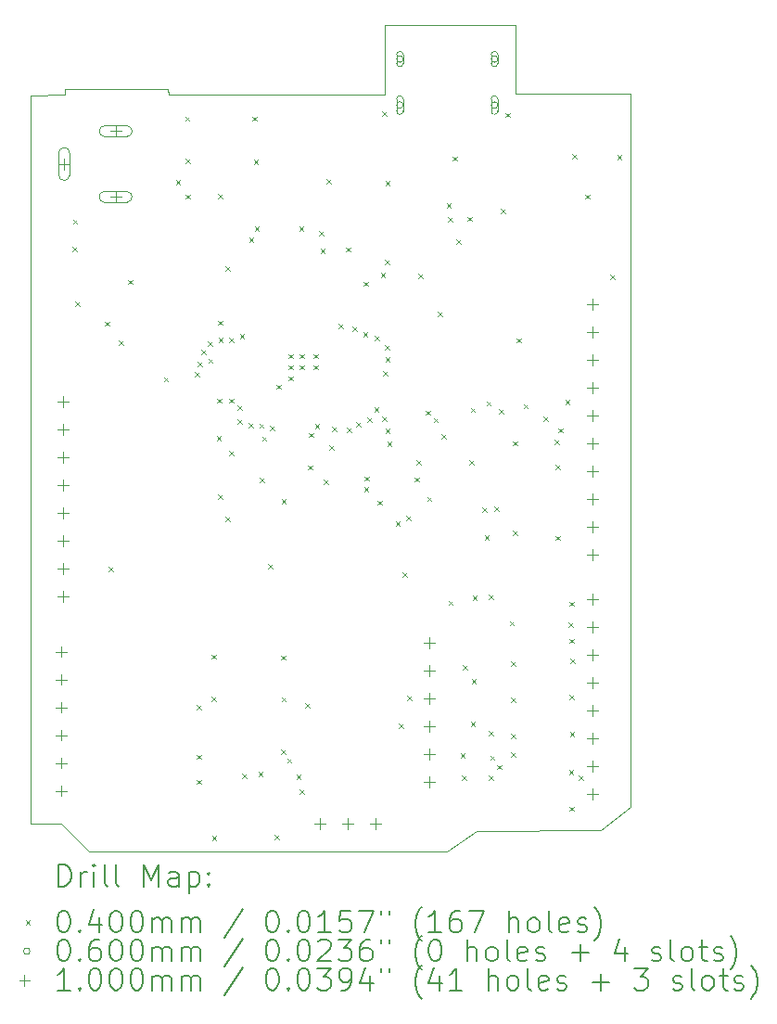
<source format=gbr>
%TF.GenerationSoftware,KiCad,Pcbnew,7.0.10*%
%TF.CreationDate,2024-01-30T02:56:00+05:30*%
%TF.ProjectId,rp2040-basic-m1,72703230-3430-42d6-9261-7369632d6d31,rev?*%
%TF.SameCoordinates,Original*%
%TF.FileFunction,Drillmap*%
%TF.FilePolarity,Positive*%
%FSLAX45Y45*%
G04 Gerber Fmt 4.5, Leading zero omitted, Abs format (unit mm)*
G04 Created by KiCad (PCBNEW 7.0.10) date 2024-01-30 02:56:00*
%MOMM*%
%LPD*%
G01*
G04 APERTURE LIST*
%ADD10C,0.100000*%
%ADD11C,0.200000*%
G04 APERTURE END LIST*
D10*
X8398000Y-2113050D02*
X8401000Y-2164050D01*
X11573000Y-1530050D02*
X11574000Y-2161050D01*
X7454000Y-2168050D02*
X7455000Y-2114050D01*
X7143000Y-8821050D02*
X7144000Y-2171050D01*
X12620000Y-8670000D02*
X12352500Y-8883000D01*
X10949000Y-9075050D02*
X7674000Y-9076050D01*
X7455000Y-2114050D02*
X8398000Y-2113050D01*
X11212500Y-8885000D02*
X10949000Y-9075050D01*
X8401000Y-2164050D02*
X10375000Y-2165050D01*
X10379000Y-1534050D02*
X11573000Y-1530050D01*
X10375000Y-2165050D02*
X10379000Y-1534050D01*
X7419000Y-8823050D02*
X7143000Y-8821050D01*
X7674000Y-9076050D02*
X7419000Y-8823050D01*
X12352500Y-8883000D02*
X11212500Y-8885000D01*
X11574000Y-2161050D02*
X12620000Y-2160000D01*
X12620000Y-2160000D02*
X12620000Y-8670000D01*
X7144000Y-2171050D02*
X7454000Y-2168050D01*
D11*
D10*
X7526400Y-3552830D02*
X7566400Y-3592830D01*
X7566400Y-3552830D02*
X7526400Y-3592830D01*
X7530000Y-3306050D02*
X7570000Y-3346050D01*
X7570000Y-3306050D02*
X7530000Y-3346050D01*
X7550000Y-4056050D02*
X7590000Y-4096050D01*
X7590000Y-4056050D02*
X7550000Y-4096050D01*
X7822940Y-4236680D02*
X7862940Y-4276680D01*
X7862940Y-4236680D02*
X7822940Y-4276680D01*
X7858000Y-6474050D02*
X7898000Y-6514050D01*
X7898000Y-6474050D02*
X7858000Y-6514050D01*
X7950600Y-4409650D02*
X7990600Y-4449650D01*
X7990600Y-4409650D02*
X7950600Y-4449650D01*
X8035000Y-3856050D02*
X8075000Y-3896050D01*
X8075000Y-3856050D02*
X8035000Y-3896050D01*
X8359500Y-4743878D02*
X8399500Y-4783878D01*
X8399500Y-4743878D02*
X8359500Y-4783878D01*
X8470000Y-2946050D02*
X8510000Y-2986050D01*
X8510000Y-2946050D02*
X8470000Y-2986050D01*
X8555000Y-2366050D02*
X8595000Y-2406050D01*
X8595000Y-2366050D02*
X8555000Y-2406050D01*
X8559000Y-3076000D02*
X8599000Y-3116000D01*
X8599000Y-3076000D02*
X8559000Y-3116000D01*
X8560000Y-2751050D02*
X8600000Y-2791050D01*
X8600000Y-2751050D02*
X8560000Y-2791050D01*
X8645900Y-4700383D02*
X8685900Y-4740383D01*
X8685900Y-4700383D02*
X8645900Y-4740383D01*
X8660000Y-7740000D02*
X8700000Y-7780000D01*
X8700000Y-7740000D02*
X8660000Y-7780000D01*
X8660000Y-8190000D02*
X8700000Y-8230000D01*
X8700000Y-8190000D02*
X8660000Y-8230000D01*
X8660000Y-8420000D02*
X8700000Y-8460000D01*
X8700000Y-8420000D02*
X8660000Y-8460000D01*
X8669691Y-4603314D02*
X8709691Y-4643314D01*
X8709691Y-4603314D02*
X8669691Y-4643314D01*
X8703500Y-4497960D02*
X8743500Y-4537960D01*
X8743500Y-4497960D02*
X8703500Y-4537960D01*
X8764400Y-4418640D02*
X8804400Y-4458640D01*
X8804400Y-4418640D02*
X8764400Y-4458640D01*
X8765900Y-4576040D02*
X8805900Y-4616040D01*
X8805900Y-4576040D02*
X8765900Y-4616040D01*
X8794000Y-7277000D02*
X8834000Y-7317000D01*
X8834000Y-7277000D02*
X8794000Y-7317000D01*
X8794000Y-7661000D02*
X8834000Y-7701000D01*
X8834000Y-7661000D02*
X8794000Y-7701000D01*
X8800000Y-8931000D02*
X8840000Y-8971000D01*
X8840000Y-8931000D02*
X8800000Y-8971000D01*
X8841200Y-5280580D02*
X8881200Y-5320580D01*
X8881200Y-5280580D02*
X8841200Y-5320580D01*
X8843730Y-4938920D02*
X8883730Y-4978920D01*
X8883730Y-4938920D02*
X8843730Y-4978920D01*
X8855000Y-5818250D02*
X8895000Y-5858250D01*
X8895000Y-5818250D02*
X8855000Y-5858250D01*
X8855950Y-4227450D02*
X8895950Y-4267450D01*
X8895950Y-4227450D02*
X8855950Y-4267450D01*
X8857000Y-3075000D02*
X8897000Y-3115000D01*
X8897000Y-3075000D02*
X8857000Y-3115000D01*
X8858300Y-4384550D02*
X8898300Y-4424550D01*
X8898300Y-4384550D02*
X8858300Y-4424550D01*
X8924000Y-6019000D02*
X8964000Y-6059000D01*
X8964000Y-6019000D02*
X8924000Y-6059000D01*
X8925000Y-3732250D02*
X8965000Y-3772250D01*
X8965000Y-3732250D02*
X8925000Y-3772250D01*
X8955300Y-4939180D02*
X8995300Y-4979180D01*
X8995300Y-4939180D02*
X8955300Y-4979180D01*
X8956000Y-5416050D02*
X8996000Y-5456050D01*
X8996000Y-5416050D02*
X8956000Y-5456050D01*
X8958200Y-4382930D02*
X8998200Y-4422930D01*
X8998200Y-4382930D02*
X8958200Y-4422930D01*
X9034000Y-5129050D02*
X9074000Y-5169050D01*
X9074000Y-5129050D02*
X9034000Y-5169050D01*
X9035000Y-5006050D02*
X9075000Y-5046050D01*
X9075000Y-5006050D02*
X9035000Y-5046050D01*
X9054000Y-4353050D02*
X9094000Y-4393050D01*
X9094000Y-4353050D02*
X9054000Y-4393050D01*
X9076000Y-8363550D02*
X9116000Y-8403550D01*
X9116000Y-8363550D02*
X9076000Y-8403550D01*
X9132000Y-5163050D02*
X9172000Y-5203050D01*
X9172000Y-5163050D02*
X9132000Y-5203050D01*
X9139000Y-3472250D02*
X9179000Y-3512250D01*
X9179000Y-3472250D02*
X9139000Y-3512250D01*
X9170000Y-2366050D02*
X9210000Y-2406050D01*
X9210000Y-2366050D02*
X9170000Y-2406050D01*
X9180000Y-2761050D02*
X9220000Y-2801050D01*
X9220000Y-2761050D02*
X9180000Y-2801050D01*
X9189400Y-3367400D02*
X9229400Y-3407400D01*
X9229400Y-3367400D02*
X9189400Y-3407400D01*
X9222000Y-8345000D02*
X9262000Y-8385000D01*
X9262000Y-8345000D02*
X9222000Y-8385000D01*
X9231806Y-5169288D02*
X9271806Y-5209288D01*
X9271806Y-5169288D02*
X9231806Y-5209288D01*
X9237000Y-5663050D02*
X9277000Y-5703050D01*
X9277000Y-5663050D02*
X9237000Y-5703050D01*
X9258000Y-5287050D02*
X9298000Y-5327050D01*
X9298000Y-5287050D02*
X9258000Y-5327050D01*
X9258000Y-5287050D02*
X9298000Y-5327050D01*
X9298000Y-5287050D02*
X9258000Y-5327050D01*
X9310000Y-6450000D02*
X9350000Y-6490000D01*
X9350000Y-6450000D02*
X9310000Y-6490000D01*
X9330906Y-5192010D02*
X9370906Y-5232010D01*
X9370906Y-5192010D02*
X9330906Y-5232010D01*
X9371000Y-8921000D02*
X9411000Y-8961000D01*
X9411000Y-8921000D02*
X9371000Y-8961000D01*
X9388000Y-4812100D02*
X9428000Y-4852100D01*
X9428000Y-4812100D02*
X9388000Y-4852100D01*
X9430000Y-8143000D02*
X9470000Y-8183000D01*
X9470000Y-8143000D02*
X9430000Y-8183000D01*
X9432000Y-7286000D02*
X9472000Y-7326000D01*
X9472000Y-7286000D02*
X9432000Y-7326000D01*
X9434000Y-5859000D02*
X9474000Y-5899000D01*
X9474000Y-5859000D02*
X9434000Y-5899000D01*
X9434000Y-7667000D02*
X9474000Y-7707000D01*
X9474000Y-7667000D02*
X9434000Y-7707000D01*
X9485000Y-8224000D02*
X9525000Y-8264000D01*
X9525000Y-8224000D02*
X9485000Y-8264000D01*
X9501000Y-4532250D02*
X9541000Y-4572250D01*
X9541000Y-4532250D02*
X9501000Y-4572250D01*
X9501000Y-4633850D02*
X9541000Y-4673850D01*
X9541000Y-4633850D02*
X9501000Y-4673850D01*
X9501000Y-4735450D02*
X9541000Y-4775450D01*
X9541000Y-4735450D02*
X9501000Y-4775450D01*
X9570000Y-8370000D02*
X9610000Y-8410000D01*
X9610000Y-8370000D02*
X9570000Y-8410000D01*
X9595800Y-3367400D02*
X9635800Y-3407400D01*
X9635800Y-3367400D02*
X9595800Y-3407400D01*
X9601975Y-8508025D02*
X9641975Y-8548025D01*
X9641975Y-8508025D02*
X9601975Y-8548025D01*
X9602600Y-4532250D02*
X9642600Y-4572250D01*
X9642600Y-4532250D02*
X9602600Y-4572250D01*
X9602600Y-4633850D02*
X9642600Y-4673850D01*
X9642600Y-4633850D02*
X9602600Y-4673850D01*
X9650000Y-7720000D02*
X9690000Y-7760000D01*
X9690000Y-7720000D02*
X9650000Y-7760000D01*
X9675000Y-5549050D02*
X9715000Y-5589050D01*
X9715000Y-5549050D02*
X9675000Y-5589050D01*
X9682434Y-5252781D02*
X9722434Y-5292781D01*
X9722434Y-5252781D02*
X9682434Y-5292781D01*
X9729600Y-4532250D02*
X9769600Y-4572250D01*
X9769600Y-4532250D02*
X9729600Y-4572250D01*
X9729600Y-4633850D02*
X9769600Y-4673850D01*
X9769600Y-4633850D02*
X9729600Y-4673850D01*
X9740000Y-5171050D02*
X9780000Y-5211050D01*
X9780000Y-5171050D02*
X9740000Y-5211050D01*
X9780400Y-3413050D02*
X9820400Y-3453050D01*
X9820400Y-3413050D02*
X9780400Y-3453050D01*
X9790000Y-3570000D02*
X9830000Y-3610000D01*
X9830000Y-3570000D02*
X9790000Y-3610000D01*
X9821634Y-5679227D02*
X9861634Y-5719227D01*
X9861634Y-5679227D02*
X9821634Y-5719227D01*
X9844000Y-2936000D02*
X9884000Y-2976000D01*
X9884000Y-2936000D02*
X9844000Y-2976000D01*
X9870000Y-5370000D02*
X9910000Y-5410000D01*
X9910000Y-5370000D02*
X9870000Y-5410000D01*
X9898000Y-5199050D02*
X9938000Y-5239050D01*
X9938000Y-5199050D02*
X9898000Y-5239050D01*
X9957200Y-4258790D02*
X9997200Y-4298790D01*
X9997200Y-4258790D02*
X9957200Y-4298790D01*
X10026000Y-3560250D02*
X10066000Y-3600250D01*
X10066000Y-3560250D02*
X10026000Y-3600250D01*
X10030000Y-5209050D02*
X10070000Y-5249050D01*
X10070000Y-5209050D02*
X10030000Y-5249050D01*
X10085000Y-4281050D02*
X10125000Y-4321050D01*
X10125000Y-4281050D02*
X10085000Y-4321050D01*
X10115100Y-5156710D02*
X10155100Y-5196710D01*
X10155100Y-5156710D02*
X10115100Y-5196710D01*
X10180500Y-4336460D02*
X10220500Y-4376460D01*
X10220500Y-4336460D02*
X10180500Y-4376460D01*
X10186800Y-3871850D02*
X10226800Y-3911850D01*
X10226800Y-3871850D02*
X10186800Y-3911850D01*
X10189187Y-5750810D02*
X10229187Y-5790810D01*
X10229187Y-5750810D02*
X10189187Y-5790810D01*
X10190000Y-5650000D02*
X10230000Y-5690000D01*
X10230000Y-5650000D02*
X10190000Y-5690000D01*
X10216000Y-5116050D02*
X10256000Y-5156050D01*
X10256000Y-5116050D02*
X10216000Y-5156050D01*
X10282000Y-5020050D02*
X10322000Y-5060050D01*
X10322000Y-5020050D02*
X10282000Y-5060050D01*
X10284000Y-4370050D02*
X10324000Y-4410050D01*
X10324000Y-4370050D02*
X10284000Y-4410050D01*
X10310100Y-5871670D02*
X10350100Y-5911670D01*
X10350100Y-5871670D02*
X10310100Y-5911670D01*
X10340000Y-3790000D02*
X10380000Y-3830000D01*
X10380000Y-3790000D02*
X10340000Y-3830000D01*
X10351000Y-2321050D02*
X10391000Y-2361050D01*
X10391000Y-2321050D02*
X10351000Y-2361050D01*
X10356000Y-5102050D02*
X10396000Y-5142050D01*
X10396000Y-5102050D02*
X10356000Y-5142050D01*
X10363000Y-4691050D02*
X10403000Y-4731050D01*
X10403000Y-4691050D02*
X10363000Y-4731050D01*
X10377500Y-3673550D02*
X10417500Y-3713550D01*
X10417500Y-3673550D02*
X10377500Y-3713550D01*
X10381000Y-4451050D02*
X10421000Y-4491050D01*
X10421000Y-4451050D02*
X10381000Y-4491050D01*
X10382000Y-4560050D02*
X10422000Y-4600050D01*
X10422000Y-4560050D02*
X10382000Y-4600050D01*
X10382200Y-5214980D02*
X10422200Y-5254980D01*
X10422200Y-5214980D02*
X10382200Y-5254980D01*
X10383477Y-2951523D02*
X10423477Y-2991523D01*
X10423477Y-2951523D02*
X10383477Y-2991523D01*
X10400000Y-5335960D02*
X10440000Y-5375960D01*
X10440000Y-5335960D02*
X10400000Y-5375960D01*
X10475400Y-6059690D02*
X10515400Y-6099690D01*
X10515400Y-6059690D02*
X10475400Y-6099690D01*
X10503000Y-7909000D02*
X10543000Y-7949000D01*
X10543000Y-7909000D02*
X10503000Y-7949000D01*
X10538100Y-6528300D02*
X10578100Y-6568300D01*
X10578100Y-6528300D02*
X10538100Y-6568300D01*
X10570600Y-6009490D02*
X10610600Y-6049490D01*
X10610600Y-6009490D02*
X10570600Y-6049490D01*
X10580000Y-7653000D02*
X10620000Y-7693000D01*
X10620000Y-7653000D02*
X10580000Y-7693000D01*
X10647500Y-5659430D02*
X10687500Y-5699430D01*
X10687500Y-5659430D02*
X10647500Y-5699430D01*
X10668400Y-5501850D02*
X10708400Y-5541850D01*
X10708400Y-5501850D02*
X10668400Y-5541850D01*
X10683426Y-3803426D02*
X10723426Y-3843426D01*
X10723426Y-3803426D02*
X10683426Y-3843426D01*
X10750457Y-5050268D02*
X10790457Y-5090268D01*
X10790457Y-5050268D02*
X10750457Y-5090268D01*
X10765000Y-5837100D02*
X10805000Y-5877100D01*
X10805000Y-5837100D02*
X10765000Y-5877100D01*
X10823600Y-5118460D02*
X10863600Y-5158460D01*
X10863600Y-5118460D02*
X10823600Y-5158460D01*
X10859000Y-4150000D02*
X10899000Y-4190000D01*
X10899000Y-4150000D02*
X10859000Y-4190000D01*
X10896100Y-5263470D02*
X10936100Y-5303470D01*
X10936100Y-5263470D02*
X10896100Y-5303470D01*
X10942000Y-3160000D02*
X10982000Y-3200000D01*
X10982000Y-3160000D02*
X10942000Y-3200000D01*
X10956000Y-3283000D02*
X10996000Y-3323000D01*
X10996000Y-3283000D02*
X10956000Y-3323000D01*
X10958900Y-6784310D02*
X10998900Y-6824310D01*
X10998900Y-6784310D02*
X10958900Y-6824310D01*
X10998000Y-2730000D02*
X11038000Y-2770000D01*
X11038000Y-2730000D02*
X10998000Y-2770000D01*
X11030000Y-3490000D02*
X11070000Y-3530000D01*
X11070000Y-3490000D02*
X11030000Y-3530000D01*
X11070000Y-8180000D02*
X11110000Y-8220000D01*
X11110000Y-8180000D02*
X11070000Y-8220000D01*
X11080000Y-8380000D02*
X11120000Y-8420000D01*
X11120000Y-8380000D02*
X11080000Y-8420000D01*
X11089800Y-7375620D02*
X11129800Y-7415620D01*
X11129800Y-7375620D02*
X11089800Y-7415620D01*
X11130000Y-3280000D02*
X11170000Y-3320000D01*
X11170000Y-3280000D02*
X11130000Y-3320000D01*
X11150000Y-5505000D02*
X11190000Y-5545000D01*
X11190000Y-5505000D02*
X11150000Y-5545000D01*
X11162500Y-7887500D02*
X11202500Y-7927500D01*
X11202500Y-7887500D02*
X11162500Y-7927500D01*
X11162526Y-5023525D02*
X11202526Y-5063525D01*
X11202526Y-5023525D02*
X11162526Y-5063525D01*
X11170000Y-7500000D02*
X11210000Y-7540000D01*
X11210000Y-7500000D02*
X11170000Y-7540000D01*
X11177800Y-6739550D02*
X11217800Y-6779550D01*
X11217800Y-6739550D02*
X11177800Y-6779550D01*
X11265700Y-5932940D02*
X11305700Y-5972940D01*
X11305700Y-5932940D02*
X11265700Y-5972940D01*
X11289800Y-6185850D02*
X11329800Y-6225850D01*
X11329800Y-6185850D02*
X11289800Y-6225850D01*
X11305000Y-4966050D02*
X11345000Y-5006050D01*
X11345000Y-4966050D02*
X11305000Y-5006050D01*
X11325000Y-7975000D02*
X11365000Y-8015000D01*
X11365000Y-7975000D02*
X11325000Y-8015000D01*
X11330000Y-6730000D02*
X11370000Y-6770000D01*
X11370000Y-6730000D02*
X11330000Y-6770000D01*
X11330030Y-8380000D02*
X11370030Y-8420000D01*
X11370030Y-8380000D02*
X11330030Y-8420000D01*
X11340000Y-8200000D02*
X11380000Y-8240000D01*
X11380000Y-8200000D02*
X11340000Y-8240000D01*
X11378050Y-5927090D02*
X11418050Y-5967090D01*
X11418050Y-5927090D02*
X11378050Y-5967090D01*
X11402500Y-8285000D02*
X11442500Y-8325000D01*
X11442500Y-8285000D02*
X11402500Y-8325000D01*
X11420000Y-5034720D02*
X11460000Y-5074720D01*
X11460000Y-5034720D02*
X11420000Y-5074720D01*
X11440000Y-3210000D02*
X11480000Y-3250000D01*
X11480000Y-3210000D02*
X11440000Y-3250000D01*
X11480000Y-2333050D02*
X11520000Y-2373050D01*
X11520000Y-2333050D02*
X11480000Y-2373050D01*
X11517500Y-6972500D02*
X11557500Y-7012500D01*
X11557500Y-6972500D02*
X11517500Y-7012500D01*
X11527500Y-7667500D02*
X11567500Y-7707500D01*
X11567500Y-7667500D02*
X11527500Y-7707500D01*
X11530000Y-8170000D02*
X11570000Y-8210000D01*
X11570000Y-8170000D02*
X11530000Y-8210000D01*
X11532500Y-7340000D02*
X11572500Y-7380000D01*
X11572500Y-7340000D02*
X11532500Y-7380000D01*
X11532500Y-8002500D02*
X11572500Y-8042500D01*
X11572500Y-8002500D02*
X11532500Y-8042500D01*
X11549600Y-5328170D02*
X11589600Y-5368170D01*
X11589600Y-5328170D02*
X11549600Y-5368170D01*
X11549600Y-6143660D02*
X11589600Y-6183660D01*
X11589600Y-6143660D02*
X11549600Y-6183660D01*
X11580000Y-4390050D02*
X11620000Y-4430050D01*
X11620000Y-4390050D02*
X11580000Y-4430050D01*
X11645000Y-4989720D02*
X11685000Y-5029720D01*
X11685000Y-4989720D02*
X11645000Y-5029720D01*
X11828130Y-5107220D02*
X11868130Y-5147220D01*
X11868130Y-5107220D02*
X11828130Y-5147220D01*
X11925560Y-5318920D02*
X11965560Y-5358920D01*
X11965560Y-5318920D02*
X11925560Y-5358920D01*
X11934930Y-5543910D02*
X11974930Y-5583910D01*
X11974930Y-5543910D02*
X11934930Y-5583910D01*
X11935400Y-6192780D02*
X11975400Y-6232780D01*
X11975400Y-6192780D02*
X11935400Y-6232780D01*
X11962340Y-5211200D02*
X12002340Y-5251200D01*
X12002340Y-5211200D02*
X11962340Y-5251200D01*
X12025000Y-4951050D02*
X12065000Y-4991050D01*
X12065000Y-4951050D02*
X12025000Y-4991050D01*
X12057500Y-6985000D02*
X12097500Y-7025000D01*
X12097500Y-6985000D02*
X12057500Y-7025000D01*
X12060000Y-8332500D02*
X12100000Y-8372500D01*
X12100000Y-8332500D02*
X12060000Y-8372500D01*
X12062500Y-7132500D02*
X12102500Y-7172500D01*
X12102500Y-7132500D02*
X12062500Y-7172500D01*
X12065000Y-6795000D02*
X12105000Y-6835000D01*
X12105000Y-6795000D02*
X12065000Y-6835000D01*
X12065000Y-7645000D02*
X12105000Y-7685000D01*
X12105000Y-7645000D02*
X12065000Y-7685000D01*
X12065000Y-8665000D02*
X12105000Y-8705000D01*
X12105000Y-8665000D02*
X12065000Y-8705000D01*
X12067500Y-7982500D02*
X12107500Y-8022500D01*
X12107500Y-7982500D02*
X12067500Y-8022500D01*
X12075000Y-7317500D02*
X12115000Y-7357500D01*
X12115000Y-7317500D02*
X12075000Y-7357500D01*
X12090000Y-2710000D02*
X12130000Y-2750000D01*
X12130000Y-2710000D02*
X12090000Y-2750000D01*
X12150000Y-8380295D02*
X12190000Y-8420295D01*
X12190000Y-8380295D02*
X12150000Y-8420295D01*
X12210000Y-3076050D02*
X12250000Y-3116050D01*
X12250000Y-3076050D02*
X12210000Y-3116050D01*
X12438850Y-3811830D02*
X12478850Y-3851830D01*
X12478850Y-3811830D02*
X12438850Y-3851830D01*
X12500000Y-2720000D02*
X12540000Y-2760000D01*
X12540000Y-2720000D02*
X12500000Y-2760000D01*
X10545500Y-1841050D02*
G75*
G03*
X10485500Y-1841050I-30000J0D01*
G01*
X10485500Y-1841050D02*
G75*
G03*
X10545500Y-1841050I30000J0D01*
G01*
X10545500Y-1881050D02*
X10545500Y-1801050D01*
X10545500Y-1801050D02*
G75*
G03*
X10485500Y-1801050I-30000J0D01*
G01*
X10485500Y-1801050D02*
X10485500Y-1881050D01*
X10485500Y-1881050D02*
G75*
G03*
X10545500Y-1881050I30000J0D01*
G01*
X10545500Y-2261050D02*
G75*
G03*
X10485500Y-2261050I-30000J0D01*
G01*
X10485500Y-2261050D02*
G75*
G03*
X10545500Y-2261050I30000J0D01*
G01*
X10545500Y-2316050D02*
X10545500Y-2206050D01*
X10545500Y-2206050D02*
G75*
G03*
X10485500Y-2206050I-30000J0D01*
G01*
X10485500Y-2206050D02*
X10485500Y-2316050D01*
X10485500Y-2316050D02*
G75*
G03*
X10545500Y-2316050I30000J0D01*
G01*
X11409500Y-1841050D02*
G75*
G03*
X11349500Y-1841050I-30000J0D01*
G01*
X11349500Y-1841050D02*
G75*
G03*
X11409500Y-1841050I30000J0D01*
G01*
X11409500Y-1881050D02*
X11409500Y-1801050D01*
X11409500Y-1801050D02*
G75*
G03*
X11349500Y-1801050I-30000J0D01*
G01*
X11349500Y-1801050D02*
X11349500Y-1881050D01*
X11349500Y-1881050D02*
G75*
G03*
X11409500Y-1881050I30000J0D01*
G01*
X11409500Y-2261050D02*
G75*
G03*
X11349500Y-2261050I-30000J0D01*
G01*
X11349500Y-2261050D02*
G75*
G03*
X11409500Y-2261050I30000J0D01*
G01*
X11409500Y-2316050D02*
X11409500Y-2206050D01*
X11409500Y-2206050D02*
G75*
G03*
X11349500Y-2206050I-30000J0D01*
G01*
X11349500Y-2206050D02*
X11349500Y-2316050D01*
X11349500Y-2316050D02*
G75*
G03*
X11409500Y-2316050I30000J0D01*
G01*
X7420000Y-7200000D02*
X7420000Y-7300000D01*
X7370000Y-7250000D02*
X7470000Y-7250000D01*
X7420000Y-7454000D02*
X7420000Y-7554000D01*
X7370000Y-7504000D02*
X7470000Y-7504000D01*
X7420000Y-7708000D02*
X7420000Y-7808000D01*
X7370000Y-7758000D02*
X7470000Y-7758000D01*
X7420000Y-7962000D02*
X7420000Y-8062000D01*
X7370000Y-8012000D02*
X7470000Y-8012000D01*
X7420000Y-8216000D02*
X7420000Y-8316000D01*
X7370000Y-8266000D02*
X7470000Y-8266000D01*
X7420000Y-8470000D02*
X7420000Y-8570000D01*
X7370000Y-8520000D02*
X7470000Y-8520000D01*
X7440000Y-4919050D02*
X7440000Y-5019050D01*
X7390000Y-4969050D02*
X7490000Y-4969050D01*
X7440000Y-5173050D02*
X7440000Y-5273050D01*
X7390000Y-5223050D02*
X7490000Y-5223050D01*
X7440000Y-5427050D02*
X7440000Y-5527050D01*
X7390000Y-5477050D02*
X7490000Y-5477050D01*
X7440000Y-5681050D02*
X7440000Y-5781050D01*
X7390000Y-5731050D02*
X7490000Y-5731050D01*
X7440000Y-5935050D02*
X7440000Y-6035050D01*
X7390000Y-5985050D02*
X7490000Y-5985050D01*
X7440000Y-6189050D02*
X7440000Y-6289050D01*
X7390000Y-6239050D02*
X7490000Y-6239050D01*
X7440000Y-6443050D02*
X7440000Y-6543050D01*
X7390000Y-6493050D02*
X7490000Y-6493050D01*
X7440000Y-6697050D02*
X7440000Y-6797050D01*
X7390000Y-6747050D02*
X7490000Y-6747050D01*
X7449800Y-2749250D02*
X7449800Y-2849250D01*
X7399800Y-2799250D02*
X7499800Y-2799250D01*
X7399800Y-2699250D02*
X7399800Y-2899250D01*
X7399800Y-2899250D02*
G75*
G03*
X7499800Y-2899250I50000J0D01*
G01*
X7499800Y-2899250D02*
X7499800Y-2699250D01*
X7499800Y-2699250D02*
G75*
G03*
X7399800Y-2699250I-50000J0D01*
G01*
X7919800Y-2449250D02*
X7919800Y-2549250D01*
X7869800Y-2499250D02*
X7969800Y-2499250D01*
X8019800Y-2449250D02*
X7819800Y-2449250D01*
X7819800Y-2449250D02*
G75*
G03*
X7819800Y-2549250I0J-50000D01*
G01*
X7819800Y-2549250D02*
X8019800Y-2549250D01*
X8019800Y-2549250D02*
G75*
G03*
X8019800Y-2449250I0J50000D01*
G01*
X7919800Y-3049250D02*
X7919800Y-3149250D01*
X7869800Y-3099250D02*
X7969800Y-3099250D01*
X8019800Y-3049250D02*
X7819800Y-3049250D01*
X7819800Y-3049250D02*
G75*
G03*
X7819800Y-3149250I0J-50000D01*
G01*
X7819800Y-3149250D02*
X8019800Y-3149250D01*
X8019800Y-3149250D02*
G75*
G03*
X8019800Y-3049250I0J50000D01*
G01*
X9782000Y-8770000D02*
X9782000Y-8870000D01*
X9732000Y-8820000D02*
X9832000Y-8820000D01*
X10036000Y-8770000D02*
X10036000Y-8870000D01*
X9986000Y-8820000D02*
X10086000Y-8820000D01*
X10290000Y-8770000D02*
X10290000Y-8870000D01*
X10240000Y-8820000D02*
X10340000Y-8820000D01*
X10785000Y-7118050D02*
X10785000Y-7218050D01*
X10735000Y-7168050D02*
X10835000Y-7168050D01*
X10785000Y-7372050D02*
X10785000Y-7472050D01*
X10735000Y-7422050D02*
X10835000Y-7422050D01*
X10785000Y-7626050D02*
X10785000Y-7726050D01*
X10735000Y-7676050D02*
X10835000Y-7676050D01*
X10785000Y-7880050D02*
X10785000Y-7980050D01*
X10735000Y-7930050D02*
X10835000Y-7930050D01*
X10785000Y-8134050D02*
X10785000Y-8234050D01*
X10735000Y-8184050D02*
X10835000Y-8184050D01*
X10785000Y-8388050D02*
X10785000Y-8488050D01*
X10735000Y-8438050D02*
X10835000Y-8438050D01*
X12272000Y-4026050D02*
X12272000Y-4126050D01*
X12222000Y-4076050D02*
X12322000Y-4076050D01*
X12272000Y-4280050D02*
X12272000Y-4380050D01*
X12222000Y-4330050D02*
X12322000Y-4330050D01*
X12272000Y-4534050D02*
X12272000Y-4634050D01*
X12222000Y-4584050D02*
X12322000Y-4584050D01*
X12272000Y-4788050D02*
X12272000Y-4888050D01*
X12222000Y-4838050D02*
X12322000Y-4838050D01*
X12272000Y-5042050D02*
X12272000Y-5142050D01*
X12222000Y-5092050D02*
X12322000Y-5092050D01*
X12272000Y-5296050D02*
X12272000Y-5396050D01*
X12222000Y-5346050D02*
X12322000Y-5346050D01*
X12272000Y-5550050D02*
X12272000Y-5650050D01*
X12222000Y-5600050D02*
X12322000Y-5600050D01*
X12272000Y-5804050D02*
X12272000Y-5904050D01*
X12222000Y-5854050D02*
X12322000Y-5854050D01*
X12272000Y-6058050D02*
X12272000Y-6158050D01*
X12222000Y-6108050D02*
X12322000Y-6108050D01*
X12272000Y-6312050D02*
X12272000Y-6412050D01*
X12222000Y-6362050D02*
X12322000Y-6362050D01*
X12277500Y-6720000D02*
X12277500Y-6820000D01*
X12227500Y-6770000D02*
X12327500Y-6770000D01*
X12277500Y-6974000D02*
X12277500Y-7074000D01*
X12227500Y-7024000D02*
X12327500Y-7024000D01*
X12277500Y-7228000D02*
X12277500Y-7328000D01*
X12227500Y-7278000D02*
X12327500Y-7278000D01*
X12277500Y-7482000D02*
X12277500Y-7582000D01*
X12227500Y-7532000D02*
X12327500Y-7532000D01*
X12277500Y-7736000D02*
X12277500Y-7836000D01*
X12227500Y-7786000D02*
X12327500Y-7786000D01*
X12277500Y-7990000D02*
X12277500Y-8090000D01*
X12227500Y-8040000D02*
X12327500Y-8040000D01*
X12277500Y-8244000D02*
X12277500Y-8344000D01*
X12227500Y-8294000D02*
X12327500Y-8294000D01*
X12277500Y-8498000D02*
X12277500Y-8598000D01*
X12227500Y-8548000D02*
X12327500Y-8548000D01*
D11*
X7398777Y-9392534D02*
X7398777Y-9192534D01*
X7398777Y-9192534D02*
X7446396Y-9192534D01*
X7446396Y-9192534D02*
X7474967Y-9202058D01*
X7474967Y-9202058D02*
X7494015Y-9221105D01*
X7494015Y-9221105D02*
X7503539Y-9240153D01*
X7503539Y-9240153D02*
X7513062Y-9278248D01*
X7513062Y-9278248D02*
X7513062Y-9306820D01*
X7513062Y-9306820D02*
X7503539Y-9344915D01*
X7503539Y-9344915D02*
X7494015Y-9363962D01*
X7494015Y-9363962D02*
X7474967Y-9383010D01*
X7474967Y-9383010D02*
X7446396Y-9392534D01*
X7446396Y-9392534D02*
X7398777Y-9392534D01*
X7598777Y-9392534D02*
X7598777Y-9259200D01*
X7598777Y-9297296D02*
X7608301Y-9278248D01*
X7608301Y-9278248D02*
X7617824Y-9268724D01*
X7617824Y-9268724D02*
X7636872Y-9259200D01*
X7636872Y-9259200D02*
X7655920Y-9259200D01*
X7722586Y-9392534D02*
X7722586Y-9259200D01*
X7722586Y-9192534D02*
X7713062Y-9202058D01*
X7713062Y-9202058D02*
X7722586Y-9211581D01*
X7722586Y-9211581D02*
X7732110Y-9202058D01*
X7732110Y-9202058D02*
X7722586Y-9192534D01*
X7722586Y-9192534D02*
X7722586Y-9211581D01*
X7846396Y-9392534D02*
X7827348Y-9383010D01*
X7827348Y-9383010D02*
X7817824Y-9363962D01*
X7817824Y-9363962D02*
X7817824Y-9192534D01*
X7951158Y-9392534D02*
X7932110Y-9383010D01*
X7932110Y-9383010D02*
X7922586Y-9363962D01*
X7922586Y-9363962D02*
X7922586Y-9192534D01*
X8179729Y-9392534D02*
X8179729Y-9192534D01*
X8179729Y-9192534D02*
X8246396Y-9335391D01*
X8246396Y-9335391D02*
X8313062Y-9192534D01*
X8313062Y-9192534D02*
X8313062Y-9392534D01*
X8494015Y-9392534D02*
X8494015Y-9287772D01*
X8494015Y-9287772D02*
X8484491Y-9268724D01*
X8484491Y-9268724D02*
X8465444Y-9259200D01*
X8465444Y-9259200D02*
X8427348Y-9259200D01*
X8427348Y-9259200D02*
X8408301Y-9268724D01*
X8494015Y-9383010D02*
X8474967Y-9392534D01*
X8474967Y-9392534D02*
X8427348Y-9392534D01*
X8427348Y-9392534D02*
X8408301Y-9383010D01*
X8408301Y-9383010D02*
X8398777Y-9363962D01*
X8398777Y-9363962D02*
X8398777Y-9344915D01*
X8398777Y-9344915D02*
X8408301Y-9325867D01*
X8408301Y-9325867D02*
X8427348Y-9316343D01*
X8427348Y-9316343D02*
X8474967Y-9316343D01*
X8474967Y-9316343D02*
X8494015Y-9306820D01*
X8589253Y-9259200D02*
X8589253Y-9459200D01*
X8589253Y-9268724D02*
X8608301Y-9259200D01*
X8608301Y-9259200D02*
X8646396Y-9259200D01*
X8646396Y-9259200D02*
X8665444Y-9268724D01*
X8665444Y-9268724D02*
X8674967Y-9278248D01*
X8674967Y-9278248D02*
X8684491Y-9297296D01*
X8684491Y-9297296D02*
X8684491Y-9354439D01*
X8684491Y-9354439D02*
X8674967Y-9373486D01*
X8674967Y-9373486D02*
X8665444Y-9383010D01*
X8665444Y-9383010D02*
X8646396Y-9392534D01*
X8646396Y-9392534D02*
X8608301Y-9392534D01*
X8608301Y-9392534D02*
X8589253Y-9383010D01*
X8770205Y-9373486D02*
X8779729Y-9383010D01*
X8779729Y-9383010D02*
X8770205Y-9392534D01*
X8770205Y-9392534D02*
X8760682Y-9383010D01*
X8760682Y-9383010D02*
X8770205Y-9373486D01*
X8770205Y-9373486D02*
X8770205Y-9392534D01*
X8770205Y-9268724D02*
X8779729Y-9278248D01*
X8779729Y-9278248D02*
X8770205Y-9287772D01*
X8770205Y-9287772D02*
X8760682Y-9278248D01*
X8760682Y-9278248D02*
X8770205Y-9268724D01*
X8770205Y-9268724D02*
X8770205Y-9287772D01*
D10*
X7098000Y-9701050D02*
X7138000Y-9741050D01*
X7138000Y-9701050D02*
X7098000Y-9741050D01*
D11*
X7436872Y-9612534D02*
X7455920Y-9612534D01*
X7455920Y-9612534D02*
X7474967Y-9622058D01*
X7474967Y-9622058D02*
X7484491Y-9631581D01*
X7484491Y-9631581D02*
X7494015Y-9650629D01*
X7494015Y-9650629D02*
X7503539Y-9688724D01*
X7503539Y-9688724D02*
X7503539Y-9736343D01*
X7503539Y-9736343D02*
X7494015Y-9774439D01*
X7494015Y-9774439D02*
X7484491Y-9793486D01*
X7484491Y-9793486D02*
X7474967Y-9803010D01*
X7474967Y-9803010D02*
X7455920Y-9812534D01*
X7455920Y-9812534D02*
X7436872Y-9812534D01*
X7436872Y-9812534D02*
X7417824Y-9803010D01*
X7417824Y-9803010D02*
X7408301Y-9793486D01*
X7408301Y-9793486D02*
X7398777Y-9774439D01*
X7398777Y-9774439D02*
X7389253Y-9736343D01*
X7389253Y-9736343D02*
X7389253Y-9688724D01*
X7389253Y-9688724D02*
X7398777Y-9650629D01*
X7398777Y-9650629D02*
X7408301Y-9631581D01*
X7408301Y-9631581D02*
X7417824Y-9622058D01*
X7417824Y-9622058D02*
X7436872Y-9612534D01*
X7589253Y-9793486D02*
X7598777Y-9803010D01*
X7598777Y-9803010D02*
X7589253Y-9812534D01*
X7589253Y-9812534D02*
X7579729Y-9803010D01*
X7579729Y-9803010D02*
X7589253Y-9793486D01*
X7589253Y-9793486D02*
X7589253Y-9812534D01*
X7770205Y-9679200D02*
X7770205Y-9812534D01*
X7722586Y-9603010D02*
X7674967Y-9745867D01*
X7674967Y-9745867D02*
X7798777Y-9745867D01*
X7913062Y-9612534D02*
X7932110Y-9612534D01*
X7932110Y-9612534D02*
X7951158Y-9622058D01*
X7951158Y-9622058D02*
X7960682Y-9631581D01*
X7960682Y-9631581D02*
X7970205Y-9650629D01*
X7970205Y-9650629D02*
X7979729Y-9688724D01*
X7979729Y-9688724D02*
X7979729Y-9736343D01*
X7979729Y-9736343D02*
X7970205Y-9774439D01*
X7970205Y-9774439D02*
X7960682Y-9793486D01*
X7960682Y-9793486D02*
X7951158Y-9803010D01*
X7951158Y-9803010D02*
X7932110Y-9812534D01*
X7932110Y-9812534D02*
X7913062Y-9812534D01*
X7913062Y-9812534D02*
X7894015Y-9803010D01*
X7894015Y-9803010D02*
X7884491Y-9793486D01*
X7884491Y-9793486D02*
X7874967Y-9774439D01*
X7874967Y-9774439D02*
X7865443Y-9736343D01*
X7865443Y-9736343D02*
X7865443Y-9688724D01*
X7865443Y-9688724D02*
X7874967Y-9650629D01*
X7874967Y-9650629D02*
X7884491Y-9631581D01*
X7884491Y-9631581D02*
X7894015Y-9622058D01*
X7894015Y-9622058D02*
X7913062Y-9612534D01*
X8103539Y-9612534D02*
X8122586Y-9612534D01*
X8122586Y-9612534D02*
X8141634Y-9622058D01*
X8141634Y-9622058D02*
X8151158Y-9631581D01*
X8151158Y-9631581D02*
X8160682Y-9650629D01*
X8160682Y-9650629D02*
X8170205Y-9688724D01*
X8170205Y-9688724D02*
X8170205Y-9736343D01*
X8170205Y-9736343D02*
X8160682Y-9774439D01*
X8160682Y-9774439D02*
X8151158Y-9793486D01*
X8151158Y-9793486D02*
X8141634Y-9803010D01*
X8141634Y-9803010D02*
X8122586Y-9812534D01*
X8122586Y-9812534D02*
X8103539Y-9812534D01*
X8103539Y-9812534D02*
X8084491Y-9803010D01*
X8084491Y-9803010D02*
X8074967Y-9793486D01*
X8074967Y-9793486D02*
X8065443Y-9774439D01*
X8065443Y-9774439D02*
X8055920Y-9736343D01*
X8055920Y-9736343D02*
X8055920Y-9688724D01*
X8055920Y-9688724D02*
X8065443Y-9650629D01*
X8065443Y-9650629D02*
X8074967Y-9631581D01*
X8074967Y-9631581D02*
X8084491Y-9622058D01*
X8084491Y-9622058D02*
X8103539Y-9612534D01*
X8255920Y-9812534D02*
X8255920Y-9679200D01*
X8255920Y-9698248D02*
X8265443Y-9688724D01*
X8265443Y-9688724D02*
X8284491Y-9679200D01*
X8284491Y-9679200D02*
X8313063Y-9679200D01*
X8313063Y-9679200D02*
X8332110Y-9688724D01*
X8332110Y-9688724D02*
X8341634Y-9707772D01*
X8341634Y-9707772D02*
X8341634Y-9812534D01*
X8341634Y-9707772D02*
X8351158Y-9688724D01*
X8351158Y-9688724D02*
X8370205Y-9679200D01*
X8370205Y-9679200D02*
X8398777Y-9679200D01*
X8398777Y-9679200D02*
X8417825Y-9688724D01*
X8417825Y-9688724D02*
X8427348Y-9707772D01*
X8427348Y-9707772D02*
X8427348Y-9812534D01*
X8522586Y-9812534D02*
X8522586Y-9679200D01*
X8522586Y-9698248D02*
X8532110Y-9688724D01*
X8532110Y-9688724D02*
X8551158Y-9679200D01*
X8551158Y-9679200D02*
X8579729Y-9679200D01*
X8579729Y-9679200D02*
X8598777Y-9688724D01*
X8598777Y-9688724D02*
X8608301Y-9707772D01*
X8608301Y-9707772D02*
X8608301Y-9812534D01*
X8608301Y-9707772D02*
X8617825Y-9688724D01*
X8617825Y-9688724D02*
X8636872Y-9679200D01*
X8636872Y-9679200D02*
X8665444Y-9679200D01*
X8665444Y-9679200D02*
X8684491Y-9688724D01*
X8684491Y-9688724D02*
X8694015Y-9707772D01*
X8694015Y-9707772D02*
X8694015Y-9812534D01*
X9084491Y-9603010D02*
X8913063Y-9860153D01*
X9341634Y-9612534D02*
X9360682Y-9612534D01*
X9360682Y-9612534D02*
X9379729Y-9622058D01*
X9379729Y-9622058D02*
X9389253Y-9631581D01*
X9389253Y-9631581D02*
X9398777Y-9650629D01*
X9398777Y-9650629D02*
X9408301Y-9688724D01*
X9408301Y-9688724D02*
X9408301Y-9736343D01*
X9408301Y-9736343D02*
X9398777Y-9774439D01*
X9398777Y-9774439D02*
X9389253Y-9793486D01*
X9389253Y-9793486D02*
X9379729Y-9803010D01*
X9379729Y-9803010D02*
X9360682Y-9812534D01*
X9360682Y-9812534D02*
X9341634Y-9812534D01*
X9341634Y-9812534D02*
X9322587Y-9803010D01*
X9322587Y-9803010D02*
X9313063Y-9793486D01*
X9313063Y-9793486D02*
X9303539Y-9774439D01*
X9303539Y-9774439D02*
X9294015Y-9736343D01*
X9294015Y-9736343D02*
X9294015Y-9688724D01*
X9294015Y-9688724D02*
X9303539Y-9650629D01*
X9303539Y-9650629D02*
X9313063Y-9631581D01*
X9313063Y-9631581D02*
X9322587Y-9622058D01*
X9322587Y-9622058D02*
X9341634Y-9612534D01*
X9494015Y-9793486D02*
X9503539Y-9803010D01*
X9503539Y-9803010D02*
X9494015Y-9812534D01*
X9494015Y-9812534D02*
X9484491Y-9803010D01*
X9484491Y-9803010D02*
X9494015Y-9793486D01*
X9494015Y-9793486D02*
X9494015Y-9812534D01*
X9627348Y-9612534D02*
X9646396Y-9612534D01*
X9646396Y-9612534D02*
X9665444Y-9622058D01*
X9665444Y-9622058D02*
X9674968Y-9631581D01*
X9674968Y-9631581D02*
X9684491Y-9650629D01*
X9684491Y-9650629D02*
X9694015Y-9688724D01*
X9694015Y-9688724D02*
X9694015Y-9736343D01*
X9694015Y-9736343D02*
X9684491Y-9774439D01*
X9684491Y-9774439D02*
X9674968Y-9793486D01*
X9674968Y-9793486D02*
X9665444Y-9803010D01*
X9665444Y-9803010D02*
X9646396Y-9812534D01*
X9646396Y-9812534D02*
X9627348Y-9812534D01*
X9627348Y-9812534D02*
X9608301Y-9803010D01*
X9608301Y-9803010D02*
X9598777Y-9793486D01*
X9598777Y-9793486D02*
X9589253Y-9774439D01*
X9589253Y-9774439D02*
X9579729Y-9736343D01*
X9579729Y-9736343D02*
X9579729Y-9688724D01*
X9579729Y-9688724D02*
X9589253Y-9650629D01*
X9589253Y-9650629D02*
X9598777Y-9631581D01*
X9598777Y-9631581D02*
X9608301Y-9622058D01*
X9608301Y-9622058D02*
X9627348Y-9612534D01*
X9884491Y-9812534D02*
X9770206Y-9812534D01*
X9827348Y-9812534D02*
X9827348Y-9612534D01*
X9827348Y-9612534D02*
X9808301Y-9641105D01*
X9808301Y-9641105D02*
X9789253Y-9660153D01*
X9789253Y-9660153D02*
X9770206Y-9669677D01*
X10065444Y-9612534D02*
X9970206Y-9612534D01*
X9970206Y-9612534D02*
X9960682Y-9707772D01*
X9960682Y-9707772D02*
X9970206Y-9698248D01*
X9970206Y-9698248D02*
X9989253Y-9688724D01*
X9989253Y-9688724D02*
X10036872Y-9688724D01*
X10036872Y-9688724D02*
X10055920Y-9698248D01*
X10055920Y-9698248D02*
X10065444Y-9707772D01*
X10065444Y-9707772D02*
X10074968Y-9726820D01*
X10074968Y-9726820D02*
X10074968Y-9774439D01*
X10074968Y-9774439D02*
X10065444Y-9793486D01*
X10065444Y-9793486D02*
X10055920Y-9803010D01*
X10055920Y-9803010D02*
X10036872Y-9812534D01*
X10036872Y-9812534D02*
X9989253Y-9812534D01*
X9989253Y-9812534D02*
X9970206Y-9803010D01*
X9970206Y-9803010D02*
X9960682Y-9793486D01*
X10141634Y-9612534D02*
X10274968Y-9612534D01*
X10274968Y-9612534D02*
X10189253Y-9812534D01*
X10341634Y-9612534D02*
X10341634Y-9650629D01*
X10417825Y-9612534D02*
X10417825Y-9650629D01*
X10713063Y-9888724D02*
X10703539Y-9879200D01*
X10703539Y-9879200D02*
X10684491Y-9850629D01*
X10684491Y-9850629D02*
X10674968Y-9831581D01*
X10674968Y-9831581D02*
X10665444Y-9803010D01*
X10665444Y-9803010D02*
X10655920Y-9755391D01*
X10655920Y-9755391D02*
X10655920Y-9717296D01*
X10655920Y-9717296D02*
X10665444Y-9669677D01*
X10665444Y-9669677D02*
X10674968Y-9641105D01*
X10674968Y-9641105D02*
X10684491Y-9622058D01*
X10684491Y-9622058D02*
X10703539Y-9593486D01*
X10703539Y-9593486D02*
X10713063Y-9583962D01*
X10894015Y-9812534D02*
X10779730Y-9812534D01*
X10836872Y-9812534D02*
X10836872Y-9612534D01*
X10836872Y-9612534D02*
X10817825Y-9641105D01*
X10817825Y-9641105D02*
X10798777Y-9660153D01*
X10798777Y-9660153D02*
X10779730Y-9669677D01*
X11065444Y-9612534D02*
X11027349Y-9612534D01*
X11027349Y-9612534D02*
X11008301Y-9622058D01*
X11008301Y-9622058D02*
X10998777Y-9631581D01*
X10998777Y-9631581D02*
X10979730Y-9660153D01*
X10979730Y-9660153D02*
X10970206Y-9698248D01*
X10970206Y-9698248D02*
X10970206Y-9774439D01*
X10970206Y-9774439D02*
X10979730Y-9793486D01*
X10979730Y-9793486D02*
X10989253Y-9803010D01*
X10989253Y-9803010D02*
X11008301Y-9812534D01*
X11008301Y-9812534D02*
X11046396Y-9812534D01*
X11046396Y-9812534D02*
X11065444Y-9803010D01*
X11065444Y-9803010D02*
X11074968Y-9793486D01*
X11074968Y-9793486D02*
X11084491Y-9774439D01*
X11084491Y-9774439D02*
X11084491Y-9726820D01*
X11084491Y-9726820D02*
X11074968Y-9707772D01*
X11074968Y-9707772D02*
X11065444Y-9698248D01*
X11065444Y-9698248D02*
X11046396Y-9688724D01*
X11046396Y-9688724D02*
X11008301Y-9688724D01*
X11008301Y-9688724D02*
X10989253Y-9698248D01*
X10989253Y-9698248D02*
X10979730Y-9707772D01*
X10979730Y-9707772D02*
X10970206Y-9726820D01*
X11151158Y-9612534D02*
X11284491Y-9612534D01*
X11284491Y-9612534D02*
X11198777Y-9812534D01*
X11513063Y-9812534D02*
X11513063Y-9612534D01*
X11598777Y-9812534D02*
X11598777Y-9707772D01*
X11598777Y-9707772D02*
X11589253Y-9688724D01*
X11589253Y-9688724D02*
X11570206Y-9679200D01*
X11570206Y-9679200D02*
X11541634Y-9679200D01*
X11541634Y-9679200D02*
X11522587Y-9688724D01*
X11522587Y-9688724D02*
X11513063Y-9698248D01*
X11722587Y-9812534D02*
X11703539Y-9803010D01*
X11703539Y-9803010D02*
X11694015Y-9793486D01*
X11694015Y-9793486D02*
X11684491Y-9774439D01*
X11684491Y-9774439D02*
X11684491Y-9717296D01*
X11684491Y-9717296D02*
X11694015Y-9698248D01*
X11694015Y-9698248D02*
X11703539Y-9688724D01*
X11703539Y-9688724D02*
X11722587Y-9679200D01*
X11722587Y-9679200D02*
X11751158Y-9679200D01*
X11751158Y-9679200D02*
X11770206Y-9688724D01*
X11770206Y-9688724D02*
X11779730Y-9698248D01*
X11779730Y-9698248D02*
X11789253Y-9717296D01*
X11789253Y-9717296D02*
X11789253Y-9774439D01*
X11789253Y-9774439D02*
X11779730Y-9793486D01*
X11779730Y-9793486D02*
X11770206Y-9803010D01*
X11770206Y-9803010D02*
X11751158Y-9812534D01*
X11751158Y-9812534D02*
X11722587Y-9812534D01*
X11903539Y-9812534D02*
X11884491Y-9803010D01*
X11884491Y-9803010D02*
X11874968Y-9783962D01*
X11874968Y-9783962D02*
X11874968Y-9612534D01*
X12055920Y-9803010D02*
X12036872Y-9812534D01*
X12036872Y-9812534D02*
X11998777Y-9812534D01*
X11998777Y-9812534D02*
X11979730Y-9803010D01*
X11979730Y-9803010D02*
X11970206Y-9783962D01*
X11970206Y-9783962D02*
X11970206Y-9707772D01*
X11970206Y-9707772D02*
X11979730Y-9688724D01*
X11979730Y-9688724D02*
X11998777Y-9679200D01*
X11998777Y-9679200D02*
X12036872Y-9679200D01*
X12036872Y-9679200D02*
X12055920Y-9688724D01*
X12055920Y-9688724D02*
X12065444Y-9707772D01*
X12065444Y-9707772D02*
X12065444Y-9726820D01*
X12065444Y-9726820D02*
X11970206Y-9745867D01*
X12141634Y-9803010D02*
X12160682Y-9812534D01*
X12160682Y-9812534D02*
X12198777Y-9812534D01*
X12198777Y-9812534D02*
X12217825Y-9803010D01*
X12217825Y-9803010D02*
X12227349Y-9783962D01*
X12227349Y-9783962D02*
X12227349Y-9774439D01*
X12227349Y-9774439D02*
X12217825Y-9755391D01*
X12217825Y-9755391D02*
X12198777Y-9745867D01*
X12198777Y-9745867D02*
X12170206Y-9745867D01*
X12170206Y-9745867D02*
X12151158Y-9736343D01*
X12151158Y-9736343D02*
X12141634Y-9717296D01*
X12141634Y-9717296D02*
X12141634Y-9707772D01*
X12141634Y-9707772D02*
X12151158Y-9688724D01*
X12151158Y-9688724D02*
X12170206Y-9679200D01*
X12170206Y-9679200D02*
X12198777Y-9679200D01*
X12198777Y-9679200D02*
X12217825Y-9688724D01*
X12294015Y-9888724D02*
X12303539Y-9879200D01*
X12303539Y-9879200D02*
X12322587Y-9850629D01*
X12322587Y-9850629D02*
X12332111Y-9831581D01*
X12332111Y-9831581D02*
X12341634Y-9803010D01*
X12341634Y-9803010D02*
X12351158Y-9755391D01*
X12351158Y-9755391D02*
X12351158Y-9717296D01*
X12351158Y-9717296D02*
X12341634Y-9669677D01*
X12341634Y-9669677D02*
X12332111Y-9641105D01*
X12332111Y-9641105D02*
X12322587Y-9622058D01*
X12322587Y-9622058D02*
X12303539Y-9593486D01*
X12303539Y-9593486D02*
X12294015Y-9583962D01*
D10*
X7138000Y-9985050D02*
G75*
G03*
X7078000Y-9985050I-30000J0D01*
G01*
X7078000Y-9985050D02*
G75*
G03*
X7138000Y-9985050I30000J0D01*
G01*
D11*
X7436872Y-9876534D02*
X7455920Y-9876534D01*
X7455920Y-9876534D02*
X7474967Y-9886058D01*
X7474967Y-9886058D02*
X7484491Y-9895581D01*
X7484491Y-9895581D02*
X7494015Y-9914629D01*
X7494015Y-9914629D02*
X7503539Y-9952724D01*
X7503539Y-9952724D02*
X7503539Y-10000343D01*
X7503539Y-10000343D02*
X7494015Y-10038439D01*
X7494015Y-10038439D02*
X7484491Y-10057486D01*
X7484491Y-10057486D02*
X7474967Y-10067010D01*
X7474967Y-10067010D02*
X7455920Y-10076534D01*
X7455920Y-10076534D02*
X7436872Y-10076534D01*
X7436872Y-10076534D02*
X7417824Y-10067010D01*
X7417824Y-10067010D02*
X7408301Y-10057486D01*
X7408301Y-10057486D02*
X7398777Y-10038439D01*
X7398777Y-10038439D02*
X7389253Y-10000343D01*
X7389253Y-10000343D02*
X7389253Y-9952724D01*
X7389253Y-9952724D02*
X7398777Y-9914629D01*
X7398777Y-9914629D02*
X7408301Y-9895581D01*
X7408301Y-9895581D02*
X7417824Y-9886058D01*
X7417824Y-9886058D02*
X7436872Y-9876534D01*
X7589253Y-10057486D02*
X7598777Y-10067010D01*
X7598777Y-10067010D02*
X7589253Y-10076534D01*
X7589253Y-10076534D02*
X7579729Y-10067010D01*
X7579729Y-10067010D02*
X7589253Y-10057486D01*
X7589253Y-10057486D02*
X7589253Y-10076534D01*
X7770205Y-9876534D02*
X7732110Y-9876534D01*
X7732110Y-9876534D02*
X7713062Y-9886058D01*
X7713062Y-9886058D02*
X7703539Y-9895581D01*
X7703539Y-9895581D02*
X7684491Y-9924153D01*
X7684491Y-9924153D02*
X7674967Y-9962248D01*
X7674967Y-9962248D02*
X7674967Y-10038439D01*
X7674967Y-10038439D02*
X7684491Y-10057486D01*
X7684491Y-10057486D02*
X7694015Y-10067010D01*
X7694015Y-10067010D02*
X7713062Y-10076534D01*
X7713062Y-10076534D02*
X7751158Y-10076534D01*
X7751158Y-10076534D02*
X7770205Y-10067010D01*
X7770205Y-10067010D02*
X7779729Y-10057486D01*
X7779729Y-10057486D02*
X7789253Y-10038439D01*
X7789253Y-10038439D02*
X7789253Y-9990820D01*
X7789253Y-9990820D02*
X7779729Y-9971772D01*
X7779729Y-9971772D02*
X7770205Y-9962248D01*
X7770205Y-9962248D02*
X7751158Y-9952724D01*
X7751158Y-9952724D02*
X7713062Y-9952724D01*
X7713062Y-9952724D02*
X7694015Y-9962248D01*
X7694015Y-9962248D02*
X7684491Y-9971772D01*
X7684491Y-9971772D02*
X7674967Y-9990820D01*
X7913062Y-9876534D02*
X7932110Y-9876534D01*
X7932110Y-9876534D02*
X7951158Y-9886058D01*
X7951158Y-9886058D02*
X7960682Y-9895581D01*
X7960682Y-9895581D02*
X7970205Y-9914629D01*
X7970205Y-9914629D02*
X7979729Y-9952724D01*
X7979729Y-9952724D02*
X7979729Y-10000343D01*
X7979729Y-10000343D02*
X7970205Y-10038439D01*
X7970205Y-10038439D02*
X7960682Y-10057486D01*
X7960682Y-10057486D02*
X7951158Y-10067010D01*
X7951158Y-10067010D02*
X7932110Y-10076534D01*
X7932110Y-10076534D02*
X7913062Y-10076534D01*
X7913062Y-10076534D02*
X7894015Y-10067010D01*
X7894015Y-10067010D02*
X7884491Y-10057486D01*
X7884491Y-10057486D02*
X7874967Y-10038439D01*
X7874967Y-10038439D02*
X7865443Y-10000343D01*
X7865443Y-10000343D02*
X7865443Y-9952724D01*
X7865443Y-9952724D02*
X7874967Y-9914629D01*
X7874967Y-9914629D02*
X7884491Y-9895581D01*
X7884491Y-9895581D02*
X7894015Y-9886058D01*
X7894015Y-9886058D02*
X7913062Y-9876534D01*
X8103539Y-9876534D02*
X8122586Y-9876534D01*
X8122586Y-9876534D02*
X8141634Y-9886058D01*
X8141634Y-9886058D02*
X8151158Y-9895581D01*
X8151158Y-9895581D02*
X8160682Y-9914629D01*
X8160682Y-9914629D02*
X8170205Y-9952724D01*
X8170205Y-9952724D02*
X8170205Y-10000343D01*
X8170205Y-10000343D02*
X8160682Y-10038439D01*
X8160682Y-10038439D02*
X8151158Y-10057486D01*
X8151158Y-10057486D02*
X8141634Y-10067010D01*
X8141634Y-10067010D02*
X8122586Y-10076534D01*
X8122586Y-10076534D02*
X8103539Y-10076534D01*
X8103539Y-10076534D02*
X8084491Y-10067010D01*
X8084491Y-10067010D02*
X8074967Y-10057486D01*
X8074967Y-10057486D02*
X8065443Y-10038439D01*
X8065443Y-10038439D02*
X8055920Y-10000343D01*
X8055920Y-10000343D02*
X8055920Y-9952724D01*
X8055920Y-9952724D02*
X8065443Y-9914629D01*
X8065443Y-9914629D02*
X8074967Y-9895581D01*
X8074967Y-9895581D02*
X8084491Y-9886058D01*
X8084491Y-9886058D02*
X8103539Y-9876534D01*
X8255920Y-10076534D02*
X8255920Y-9943200D01*
X8255920Y-9962248D02*
X8265443Y-9952724D01*
X8265443Y-9952724D02*
X8284491Y-9943200D01*
X8284491Y-9943200D02*
X8313063Y-9943200D01*
X8313063Y-9943200D02*
X8332110Y-9952724D01*
X8332110Y-9952724D02*
X8341634Y-9971772D01*
X8341634Y-9971772D02*
X8341634Y-10076534D01*
X8341634Y-9971772D02*
X8351158Y-9952724D01*
X8351158Y-9952724D02*
X8370205Y-9943200D01*
X8370205Y-9943200D02*
X8398777Y-9943200D01*
X8398777Y-9943200D02*
X8417825Y-9952724D01*
X8417825Y-9952724D02*
X8427348Y-9971772D01*
X8427348Y-9971772D02*
X8427348Y-10076534D01*
X8522586Y-10076534D02*
X8522586Y-9943200D01*
X8522586Y-9962248D02*
X8532110Y-9952724D01*
X8532110Y-9952724D02*
X8551158Y-9943200D01*
X8551158Y-9943200D02*
X8579729Y-9943200D01*
X8579729Y-9943200D02*
X8598777Y-9952724D01*
X8598777Y-9952724D02*
X8608301Y-9971772D01*
X8608301Y-9971772D02*
X8608301Y-10076534D01*
X8608301Y-9971772D02*
X8617825Y-9952724D01*
X8617825Y-9952724D02*
X8636872Y-9943200D01*
X8636872Y-9943200D02*
X8665444Y-9943200D01*
X8665444Y-9943200D02*
X8684491Y-9952724D01*
X8684491Y-9952724D02*
X8694015Y-9971772D01*
X8694015Y-9971772D02*
X8694015Y-10076534D01*
X9084491Y-9867010D02*
X8913063Y-10124153D01*
X9341634Y-9876534D02*
X9360682Y-9876534D01*
X9360682Y-9876534D02*
X9379729Y-9886058D01*
X9379729Y-9886058D02*
X9389253Y-9895581D01*
X9389253Y-9895581D02*
X9398777Y-9914629D01*
X9398777Y-9914629D02*
X9408301Y-9952724D01*
X9408301Y-9952724D02*
X9408301Y-10000343D01*
X9408301Y-10000343D02*
X9398777Y-10038439D01*
X9398777Y-10038439D02*
X9389253Y-10057486D01*
X9389253Y-10057486D02*
X9379729Y-10067010D01*
X9379729Y-10067010D02*
X9360682Y-10076534D01*
X9360682Y-10076534D02*
X9341634Y-10076534D01*
X9341634Y-10076534D02*
X9322587Y-10067010D01*
X9322587Y-10067010D02*
X9313063Y-10057486D01*
X9313063Y-10057486D02*
X9303539Y-10038439D01*
X9303539Y-10038439D02*
X9294015Y-10000343D01*
X9294015Y-10000343D02*
X9294015Y-9952724D01*
X9294015Y-9952724D02*
X9303539Y-9914629D01*
X9303539Y-9914629D02*
X9313063Y-9895581D01*
X9313063Y-9895581D02*
X9322587Y-9886058D01*
X9322587Y-9886058D02*
X9341634Y-9876534D01*
X9494015Y-10057486D02*
X9503539Y-10067010D01*
X9503539Y-10067010D02*
X9494015Y-10076534D01*
X9494015Y-10076534D02*
X9484491Y-10067010D01*
X9484491Y-10067010D02*
X9494015Y-10057486D01*
X9494015Y-10057486D02*
X9494015Y-10076534D01*
X9627348Y-9876534D02*
X9646396Y-9876534D01*
X9646396Y-9876534D02*
X9665444Y-9886058D01*
X9665444Y-9886058D02*
X9674968Y-9895581D01*
X9674968Y-9895581D02*
X9684491Y-9914629D01*
X9684491Y-9914629D02*
X9694015Y-9952724D01*
X9694015Y-9952724D02*
X9694015Y-10000343D01*
X9694015Y-10000343D02*
X9684491Y-10038439D01*
X9684491Y-10038439D02*
X9674968Y-10057486D01*
X9674968Y-10057486D02*
X9665444Y-10067010D01*
X9665444Y-10067010D02*
X9646396Y-10076534D01*
X9646396Y-10076534D02*
X9627348Y-10076534D01*
X9627348Y-10076534D02*
X9608301Y-10067010D01*
X9608301Y-10067010D02*
X9598777Y-10057486D01*
X9598777Y-10057486D02*
X9589253Y-10038439D01*
X9589253Y-10038439D02*
X9579729Y-10000343D01*
X9579729Y-10000343D02*
X9579729Y-9952724D01*
X9579729Y-9952724D02*
X9589253Y-9914629D01*
X9589253Y-9914629D02*
X9598777Y-9895581D01*
X9598777Y-9895581D02*
X9608301Y-9886058D01*
X9608301Y-9886058D02*
X9627348Y-9876534D01*
X9770206Y-9895581D02*
X9779729Y-9886058D01*
X9779729Y-9886058D02*
X9798777Y-9876534D01*
X9798777Y-9876534D02*
X9846396Y-9876534D01*
X9846396Y-9876534D02*
X9865444Y-9886058D01*
X9865444Y-9886058D02*
X9874968Y-9895581D01*
X9874968Y-9895581D02*
X9884491Y-9914629D01*
X9884491Y-9914629D02*
X9884491Y-9933677D01*
X9884491Y-9933677D02*
X9874968Y-9962248D01*
X9874968Y-9962248D02*
X9760682Y-10076534D01*
X9760682Y-10076534D02*
X9884491Y-10076534D01*
X9951158Y-9876534D02*
X10074968Y-9876534D01*
X10074968Y-9876534D02*
X10008301Y-9952724D01*
X10008301Y-9952724D02*
X10036872Y-9952724D01*
X10036872Y-9952724D02*
X10055920Y-9962248D01*
X10055920Y-9962248D02*
X10065444Y-9971772D01*
X10065444Y-9971772D02*
X10074968Y-9990820D01*
X10074968Y-9990820D02*
X10074968Y-10038439D01*
X10074968Y-10038439D02*
X10065444Y-10057486D01*
X10065444Y-10057486D02*
X10055920Y-10067010D01*
X10055920Y-10067010D02*
X10036872Y-10076534D01*
X10036872Y-10076534D02*
X9979729Y-10076534D01*
X9979729Y-10076534D02*
X9960682Y-10067010D01*
X9960682Y-10067010D02*
X9951158Y-10057486D01*
X10246396Y-9876534D02*
X10208301Y-9876534D01*
X10208301Y-9876534D02*
X10189253Y-9886058D01*
X10189253Y-9886058D02*
X10179729Y-9895581D01*
X10179729Y-9895581D02*
X10160682Y-9924153D01*
X10160682Y-9924153D02*
X10151158Y-9962248D01*
X10151158Y-9962248D02*
X10151158Y-10038439D01*
X10151158Y-10038439D02*
X10160682Y-10057486D01*
X10160682Y-10057486D02*
X10170206Y-10067010D01*
X10170206Y-10067010D02*
X10189253Y-10076534D01*
X10189253Y-10076534D02*
X10227349Y-10076534D01*
X10227349Y-10076534D02*
X10246396Y-10067010D01*
X10246396Y-10067010D02*
X10255920Y-10057486D01*
X10255920Y-10057486D02*
X10265444Y-10038439D01*
X10265444Y-10038439D02*
X10265444Y-9990820D01*
X10265444Y-9990820D02*
X10255920Y-9971772D01*
X10255920Y-9971772D02*
X10246396Y-9962248D01*
X10246396Y-9962248D02*
X10227349Y-9952724D01*
X10227349Y-9952724D02*
X10189253Y-9952724D01*
X10189253Y-9952724D02*
X10170206Y-9962248D01*
X10170206Y-9962248D02*
X10160682Y-9971772D01*
X10160682Y-9971772D02*
X10151158Y-9990820D01*
X10341634Y-9876534D02*
X10341634Y-9914629D01*
X10417825Y-9876534D02*
X10417825Y-9914629D01*
X10713063Y-10152724D02*
X10703539Y-10143200D01*
X10703539Y-10143200D02*
X10684491Y-10114629D01*
X10684491Y-10114629D02*
X10674968Y-10095581D01*
X10674968Y-10095581D02*
X10665444Y-10067010D01*
X10665444Y-10067010D02*
X10655920Y-10019391D01*
X10655920Y-10019391D02*
X10655920Y-9981296D01*
X10655920Y-9981296D02*
X10665444Y-9933677D01*
X10665444Y-9933677D02*
X10674968Y-9905105D01*
X10674968Y-9905105D02*
X10684491Y-9886058D01*
X10684491Y-9886058D02*
X10703539Y-9857486D01*
X10703539Y-9857486D02*
X10713063Y-9847962D01*
X10827349Y-9876534D02*
X10846396Y-9876534D01*
X10846396Y-9876534D02*
X10865444Y-9886058D01*
X10865444Y-9886058D02*
X10874968Y-9895581D01*
X10874968Y-9895581D02*
X10884491Y-9914629D01*
X10884491Y-9914629D02*
X10894015Y-9952724D01*
X10894015Y-9952724D02*
X10894015Y-10000343D01*
X10894015Y-10000343D02*
X10884491Y-10038439D01*
X10884491Y-10038439D02*
X10874968Y-10057486D01*
X10874968Y-10057486D02*
X10865444Y-10067010D01*
X10865444Y-10067010D02*
X10846396Y-10076534D01*
X10846396Y-10076534D02*
X10827349Y-10076534D01*
X10827349Y-10076534D02*
X10808301Y-10067010D01*
X10808301Y-10067010D02*
X10798777Y-10057486D01*
X10798777Y-10057486D02*
X10789253Y-10038439D01*
X10789253Y-10038439D02*
X10779730Y-10000343D01*
X10779730Y-10000343D02*
X10779730Y-9952724D01*
X10779730Y-9952724D02*
X10789253Y-9914629D01*
X10789253Y-9914629D02*
X10798777Y-9895581D01*
X10798777Y-9895581D02*
X10808301Y-9886058D01*
X10808301Y-9886058D02*
X10827349Y-9876534D01*
X11132111Y-10076534D02*
X11132111Y-9876534D01*
X11217825Y-10076534D02*
X11217825Y-9971772D01*
X11217825Y-9971772D02*
X11208301Y-9952724D01*
X11208301Y-9952724D02*
X11189253Y-9943200D01*
X11189253Y-9943200D02*
X11160682Y-9943200D01*
X11160682Y-9943200D02*
X11141634Y-9952724D01*
X11141634Y-9952724D02*
X11132111Y-9962248D01*
X11341634Y-10076534D02*
X11322587Y-10067010D01*
X11322587Y-10067010D02*
X11313063Y-10057486D01*
X11313063Y-10057486D02*
X11303539Y-10038439D01*
X11303539Y-10038439D02*
X11303539Y-9981296D01*
X11303539Y-9981296D02*
X11313063Y-9962248D01*
X11313063Y-9962248D02*
X11322587Y-9952724D01*
X11322587Y-9952724D02*
X11341634Y-9943200D01*
X11341634Y-9943200D02*
X11370206Y-9943200D01*
X11370206Y-9943200D02*
X11389253Y-9952724D01*
X11389253Y-9952724D02*
X11398777Y-9962248D01*
X11398777Y-9962248D02*
X11408301Y-9981296D01*
X11408301Y-9981296D02*
X11408301Y-10038439D01*
X11408301Y-10038439D02*
X11398777Y-10057486D01*
X11398777Y-10057486D02*
X11389253Y-10067010D01*
X11389253Y-10067010D02*
X11370206Y-10076534D01*
X11370206Y-10076534D02*
X11341634Y-10076534D01*
X11522587Y-10076534D02*
X11503539Y-10067010D01*
X11503539Y-10067010D02*
X11494015Y-10047962D01*
X11494015Y-10047962D02*
X11494015Y-9876534D01*
X11674968Y-10067010D02*
X11655920Y-10076534D01*
X11655920Y-10076534D02*
X11617825Y-10076534D01*
X11617825Y-10076534D02*
X11598777Y-10067010D01*
X11598777Y-10067010D02*
X11589253Y-10047962D01*
X11589253Y-10047962D02*
X11589253Y-9971772D01*
X11589253Y-9971772D02*
X11598777Y-9952724D01*
X11598777Y-9952724D02*
X11617825Y-9943200D01*
X11617825Y-9943200D02*
X11655920Y-9943200D01*
X11655920Y-9943200D02*
X11674968Y-9952724D01*
X11674968Y-9952724D02*
X11684491Y-9971772D01*
X11684491Y-9971772D02*
X11684491Y-9990820D01*
X11684491Y-9990820D02*
X11589253Y-10009867D01*
X11760682Y-10067010D02*
X11779730Y-10076534D01*
X11779730Y-10076534D02*
X11817825Y-10076534D01*
X11817825Y-10076534D02*
X11836872Y-10067010D01*
X11836872Y-10067010D02*
X11846396Y-10047962D01*
X11846396Y-10047962D02*
X11846396Y-10038439D01*
X11846396Y-10038439D02*
X11836872Y-10019391D01*
X11836872Y-10019391D02*
X11817825Y-10009867D01*
X11817825Y-10009867D02*
X11789253Y-10009867D01*
X11789253Y-10009867D02*
X11770206Y-10000343D01*
X11770206Y-10000343D02*
X11760682Y-9981296D01*
X11760682Y-9981296D02*
X11760682Y-9971772D01*
X11760682Y-9971772D02*
X11770206Y-9952724D01*
X11770206Y-9952724D02*
X11789253Y-9943200D01*
X11789253Y-9943200D02*
X11817825Y-9943200D01*
X11817825Y-9943200D02*
X11836872Y-9952724D01*
X12084492Y-10000343D02*
X12236873Y-10000343D01*
X12160682Y-10076534D02*
X12160682Y-9924153D01*
X12570206Y-9943200D02*
X12570206Y-10076534D01*
X12522587Y-9867010D02*
X12474968Y-10009867D01*
X12474968Y-10009867D02*
X12598777Y-10009867D01*
X12817825Y-10067010D02*
X12836873Y-10076534D01*
X12836873Y-10076534D02*
X12874968Y-10076534D01*
X12874968Y-10076534D02*
X12894015Y-10067010D01*
X12894015Y-10067010D02*
X12903539Y-10047962D01*
X12903539Y-10047962D02*
X12903539Y-10038439D01*
X12903539Y-10038439D02*
X12894015Y-10019391D01*
X12894015Y-10019391D02*
X12874968Y-10009867D01*
X12874968Y-10009867D02*
X12846396Y-10009867D01*
X12846396Y-10009867D02*
X12827349Y-10000343D01*
X12827349Y-10000343D02*
X12817825Y-9981296D01*
X12817825Y-9981296D02*
X12817825Y-9971772D01*
X12817825Y-9971772D02*
X12827349Y-9952724D01*
X12827349Y-9952724D02*
X12846396Y-9943200D01*
X12846396Y-9943200D02*
X12874968Y-9943200D01*
X12874968Y-9943200D02*
X12894015Y-9952724D01*
X13017825Y-10076534D02*
X12998777Y-10067010D01*
X12998777Y-10067010D02*
X12989254Y-10047962D01*
X12989254Y-10047962D02*
X12989254Y-9876534D01*
X13122587Y-10076534D02*
X13103539Y-10067010D01*
X13103539Y-10067010D02*
X13094015Y-10057486D01*
X13094015Y-10057486D02*
X13084492Y-10038439D01*
X13084492Y-10038439D02*
X13084492Y-9981296D01*
X13084492Y-9981296D02*
X13094015Y-9962248D01*
X13094015Y-9962248D02*
X13103539Y-9952724D01*
X13103539Y-9952724D02*
X13122587Y-9943200D01*
X13122587Y-9943200D02*
X13151158Y-9943200D01*
X13151158Y-9943200D02*
X13170206Y-9952724D01*
X13170206Y-9952724D02*
X13179730Y-9962248D01*
X13179730Y-9962248D02*
X13189254Y-9981296D01*
X13189254Y-9981296D02*
X13189254Y-10038439D01*
X13189254Y-10038439D02*
X13179730Y-10057486D01*
X13179730Y-10057486D02*
X13170206Y-10067010D01*
X13170206Y-10067010D02*
X13151158Y-10076534D01*
X13151158Y-10076534D02*
X13122587Y-10076534D01*
X13246396Y-9943200D02*
X13322587Y-9943200D01*
X13274968Y-9876534D02*
X13274968Y-10047962D01*
X13274968Y-10047962D02*
X13284492Y-10067010D01*
X13284492Y-10067010D02*
X13303539Y-10076534D01*
X13303539Y-10076534D02*
X13322587Y-10076534D01*
X13379730Y-10067010D02*
X13398777Y-10076534D01*
X13398777Y-10076534D02*
X13436873Y-10076534D01*
X13436873Y-10076534D02*
X13455920Y-10067010D01*
X13455920Y-10067010D02*
X13465444Y-10047962D01*
X13465444Y-10047962D02*
X13465444Y-10038439D01*
X13465444Y-10038439D02*
X13455920Y-10019391D01*
X13455920Y-10019391D02*
X13436873Y-10009867D01*
X13436873Y-10009867D02*
X13408301Y-10009867D01*
X13408301Y-10009867D02*
X13389254Y-10000343D01*
X13389254Y-10000343D02*
X13379730Y-9981296D01*
X13379730Y-9981296D02*
X13379730Y-9971772D01*
X13379730Y-9971772D02*
X13389254Y-9952724D01*
X13389254Y-9952724D02*
X13408301Y-9943200D01*
X13408301Y-9943200D02*
X13436873Y-9943200D01*
X13436873Y-9943200D02*
X13455920Y-9952724D01*
X13532111Y-10152724D02*
X13541635Y-10143200D01*
X13541635Y-10143200D02*
X13560682Y-10114629D01*
X13560682Y-10114629D02*
X13570206Y-10095581D01*
X13570206Y-10095581D02*
X13579730Y-10067010D01*
X13579730Y-10067010D02*
X13589254Y-10019391D01*
X13589254Y-10019391D02*
X13589254Y-9981296D01*
X13589254Y-9981296D02*
X13579730Y-9933677D01*
X13579730Y-9933677D02*
X13570206Y-9905105D01*
X13570206Y-9905105D02*
X13560682Y-9886058D01*
X13560682Y-9886058D02*
X13541635Y-9857486D01*
X13541635Y-9857486D02*
X13532111Y-9847962D01*
D10*
X7088000Y-10199050D02*
X7088000Y-10299050D01*
X7038000Y-10249050D02*
X7138000Y-10249050D01*
D11*
X7503539Y-10340534D02*
X7389253Y-10340534D01*
X7446396Y-10340534D02*
X7446396Y-10140534D01*
X7446396Y-10140534D02*
X7427348Y-10169105D01*
X7427348Y-10169105D02*
X7408301Y-10188153D01*
X7408301Y-10188153D02*
X7389253Y-10197677D01*
X7589253Y-10321486D02*
X7598777Y-10331010D01*
X7598777Y-10331010D02*
X7589253Y-10340534D01*
X7589253Y-10340534D02*
X7579729Y-10331010D01*
X7579729Y-10331010D02*
X7589253Y-10321486D01*
X7589253Y-10321486D02*
X7589253Y-10340534D01*
X7722586Y-10140534D02*
X7741634Y-10140534D01*
X7741634Y-10140534D02*
X7760682Y-10150058D01*
X7760682Y-10150058D02*
X7770205Y-10159581D01*
X7770205Y-10159581D02*
X7779729Y-10178629D01*
X7779729Y-10178629D02*
X7789253Y-10216724D01*
X7789253Y-10216724D02*
X7789253Y-10264343D01*
X7789253Y-10264343D02*
X7779729Y-10302439D01*
X7779729Y-10302439D02*
X7770205Y-10321486D01*
X7770205Y-10321486D02*
X7760682Y-10331010D01*
X7760682Y-10331010D02*
X7741634Y-10340534D01*
X7741634Y-10340534D02*
X7722586Y-10340534D01*
X7722586Y-10340534D02*
X7703539Y-10331010D01*
X7703539Y-10331010D02*
X7694015Y-10321486D01*
X7694015Y-10321486D02*
X7684491Y-10302439D01*
X7684491Y-10302439D02*
X7674967Y-10264343D01*
X7674967Y-10264343D02*
X7674967Y-10216724D01*
X7674967Y-10216724D02*
X7684491Y-10178629D01*
X7684491Y-10178629D02*
X7694015Y-10159581D01*
X7694015Y-10159581D02*
X7703539Y-10150058D01*
X7703539Y-10150058D02*
X7722586Y-10140534D01*
X7913062Y-10140534D02*
X7932110Y-10140534D01*
X7932110Y-10140534D02*
X7951158Y-10150058D01*
X7951158Y-10150058D02*
X7960682Y-10159581D01*
X7960682Y-10159581D02*
X7970205Y-10178629D01*
X7970205Y-10178629D02*
X7979729Y-10216724D01*
X7979729Y-10216724D02*
X7979729Y-10264343D01*
X7979729Y-10264343D02*
X7970205Y-10302439D01*
X7970205Y-10302439D02*
X7960682Y-10321486D01*
X7960682Y-10321486D02*
X7951158Y-10331010D01*
X7951158Y-10331010D02*
X7932110Y-10340534D01*
X7932110Y-10340534D02*
X7913062Y-10340534D01*
X7913062Y-10340534D02*
X7894015Y-10331010D01*
X7894015Y-10331010D02*
X7884491Y-10321486D01*
X7884491Y-10321486D02*
X7874967Y-10302439D01*
X7874967Y-10302439D02*
X7865443Y-10264343D01*
X7865443Y-10264343D02*
X7865443Y-10216724D01*
X7865443Y-10216724D02*
X7874967Y-10178629D01*
X7874967Y-10178629D02*
X7884491Y-10159581D01*
X7884491Y-10159581D02*
X7894015Y-10150058D01*
X7894015Y-10150058D02*
X7913062Y-10140534D01*
X8103539Y-10140534D02*
X8122586Y-10140534D01*
X8122586Y-10140534D02*
X8141634Y-10150058D01*
X8141634Y-10150058D02*
X8151158Y-10159581D01*
X8151158Y-10159581D02*
X8160682Y-10178629D01*
X8160682Y-10178629D02*
X8170205Y-10216724D01*
X8170205Y-10216724D02*
X8170205Y-10264343D01*
X8170205Y-10264343D02*
X8160682Y-10302439D01*
X8160682Y-10302439D02*
X8151158Y-10321486D01*
X8151158Y-10321486D02*
X8141634Y-10331010D01*
X8141634Y-10331010D02*
X8122586Y-10340534D01*
X8122586Y-10340534D02*
X8103539Y-10340534D01*
X8103539Y-10340534D02*
X8084491Y-10331010D01*
X8084491Y-10331010D02*
X8074967Y-10321486D01*
X8074967Y-10321486D02*
X8065443Y-10302439D01*
X8065443Y-10302439D02*
X8055920Y-10264343D01*
X8055920Y-10264343D02*
X8055920Y-10216724D01*
X8055920Y-10216724D02*
X8065443Y-10178629D01*
X8065443Y-10178629D02*
X8074967Y-10159581D01*
X8074967Y-10159581D02*
X8084491Y-10150058D01*
X8084491Y-10150058D02*
X8103539Y-10140534D01*
X8255920Y-10340534D02*
X8255920Y-10207200D01*
X8255920Y-10226248D02*
X8265443Y-10216724D01*
X8265443Y-10216724D02*
X8284491Y-10207200D01*
X8284491Y-10207200D02*
X8313063Y-10207200D01*
X8313063Y-10207200D02*
X8332110Y-10216724D01*
X8332110Y-10216724D02*
X8341634Y-10235772D01*
X8341634Y-10235772D02*
X8341634Y-10340534D01*
X8341634Y-10235772D02*
X8351158Y-10216724D01*
X8351158Y-10216724D02*
X8370205Y-10207200D01*
X8370205Y-10207200D02*
X8398777Y-10207200D01*
X8398777Y-10207200D02*
X8417825Y-10216724D01*
X8417825Y-10216724D02*
X8427348Y-10235772D01*
X8427348Y-10235772D02*
X8427348Y-10340534D01*
X8522586Y-10340534D02*
X8522586Y-10207200D01*
X8522586Y-10226248D02*
X8532110Y-10216724D01*
X8532110Y-10216724D02*
X8551158Y-10207200D01*
X8551158Y-10207200D02*
X8579729Y-10207200D01*
X8579729Y-10207200D02*
X8598777Y-10216724D01*
X8598777Y-10216724D02*
X8608301Y-10235772D01*
X8608301Y-10235772D02*
X8608301Y-10340534D01*
X8608301Y-10235772D02*
X8617825Y-10216724D01*
X8617825Y-10216724D02*
X8636872Y-10207200D01*
X8636872Y-10207200D02*
X8665444Y-10207200D01*
X8665444Y-10207200D02*
X8684491Y-10216724D01*
X8684491Y-10216724D02*
X8694015Y-10235772D01*
X8694015Y-10235772D02*
X8694015Y-10340534D01*
X9084491Y-10131010D02*
X8913063Y-10388153D01*
X9341634Y-10140534D02*
X9360682Y-10140534D01*
X9360682Y-10140534D02*
X9379729Y-10150058D01*
X9379729Y-10150058D02*
X9389253Y-10159581D01*
X9389253Y-10159581D02*
X9398777Y-10178629D01*
X9398777Y-10178629D02*
X9408301Y-10216724D01*
X9408301Y-10216724D02*
X9408301Y-10264343D01*
X9408301Y-10264343D02*
X9398777Y-10302439D01*
X9398777Y-10302439D02*
X9389253Y-10321486D01*
X9389253Y-10321486D02*
X9379729Y-10331010D01*
X9379729Y-10331010D02*
X9360682Y-10340534D01*
X9360682Y-10340534D02*
X9341634Y-10340534D01*
X9341634Y-10340534D02*
X9322587Y-10331010D01*
X9322587Y-10331010D02*
X9313063Y-10321486D01*
X9313063Y-10321486D02*
X9303539Y-10302439D01*
X9303539Y-10302439D02*
X9294015Y-10264343D01*
X9294015Y-10264343D02*
X9294015Y-10216724D01*
X9294015Y-10216724D02*
X9303539Y-10178629D01*
X9303539Y-10178629D02*
X9313063Y-10159581D01*
X9313063Y-10159581D02*
X9322587Y-10150058D01*
X9322587Y-10150058D02*
X9341634Y-10140534D01*
X9494015Y-10321486D02*
X9503539Y-10331010D01*
X9503539Y-10331010D02*
X9494015Y-10340534D01*
X9494015Y-10340534D02*
X9484491Y-10331010D01*
X9484491Y-10331010D02*
X9494015Y-10321486D01*
X9494015Y-10321486D02*
X9494015Y-10340534D01*
X9627348Y-10140534D02*
X9646396Y-10140534D01*
X9646396Y-10140534D02*
X9665444Y-10150058D01*
X9665444Y-10150058D02*
X9674968Y-10159581D01*
X9674968Y-10159581D02*
X9684491Y-10178629D01*
X9684491Y-10178629D02*
X9694015Y-10216724D01*
X9694015Y-10216724D02*
X9694015Y-10264343D01*
X9694015Y-10264343D02*
X9684491Y-10302439D01*
X9684491Y-10302439D02*
X9674968Y-10321486D01*
X9674968Y-10321486D02*
X9665444Y-10331010D01*
X9665444Y-10331010D02*
X9646396Y-10340534D01*
X9646396Y-10340534D02*
X9627348Y-10340534D01*
X9627348Y-10340534D02*
X9608301Y-10331010D01*
X9608301Y-10331010D02*
X9598777Y-10321486D01*
X9598777Y-10321486D02*
X9589253Y-10302439D01*
X9589253Y-10302439D02*
X9579729Y-10264343D01*
X9579729Y-10264343D02*
X9579729Y-10216724D01*
X9579729Y-10216724D02*
X9589253Y-10178629D01*
X9589253Y-10178629D02*
X9598777Y-10159581D01*
X9598777Y-10159581D02*
X9608301Y-10150058D01*
X9608301Y-10150058D02*
X9627348Y-10140534D01*
X9760682Y-10140534D02*
X9884491Y-10140534D01*
X9884491Y-10140534D02*
X9817825Y-10216724D01*
X9817825Y-10216724D02*
X9846396Y-10216724D01*
X9846396Y-10216724D02*
X9865444Y-10226248D01*
X9865444Y-10226248D02*
X9874968Y-10235772D01*
X9874968Y-10235772D02*
X9884491Y-10254820D01*
X9884491Y-10254820D02*
X9884491Y-10302439D01*
X9884491Y-10302439D02*
X9874968Y-10321486D01*
X9874968Y-10321486D02*
X9865444Y-10331010D01*
X9865444Y-10331010D02*
X9846396Y-10340534D01*
X9846396Y-10340534D02*
X9789253Y-10340534D01*
X9789253Y-10340534D02*
X9770206Y-10331010D01*
X9770206Y-10331010D02*
X9760682Y-10321486D01*
X9979729Y-10340534D02*
X10017825Y-10340534D01*
X10017825Y-10340534D02*
X10036872Y-10331010D01*
X10036872Y-10331010D02*
X10046396Y-10321486D01*
X10046396Y-10321486D02*
X10065444Y-10292915D01*
X10065444Y-10292915D02*
X10074968Y-10254820D01*
X10074968Y-10254820D02*
X10074968Y-10178629D01*
X10074968Y-10178629D02*
X10065444Y-10159581D01*
X10065444Y-10159581D02*
X10055920Y-10150058D01*
X10055920Y-10150058D02*
X10036872Y-10140534D01*
X10036872Y-10140534D02*
X9998777Y-10140534D01*
X9998777Y-10140534D02*
X9979729Y-10150058D01*
X9979729Y-10150058D02*
X9970206Y-10159581D01*
X9970206Y-10159581D02*
X9960682Y-10178629D01*
X9960682Y-10178629D02*
X9960682Y-10226248D01*
X9960682Y-10226248D02*
X9970206Y-10245296D01*
X9970206Y-10245296D02*
X9979729Y-10254820D01*
X9979729Y-10254820D02*
X9998777Y-10264343D01*
X9998777Y-10264343D02*
X10036872Y-10264343D01*
X10036872Y-10264343D02*
X10055920Y-10254820D01*
X10055920Y-10254820D02*
X10065444Y-10245296D01*
X10065444Y-10245296D02*
X10074968Y-10226248D01*
X10246396Y-10207200D02*
X10246396Y-10340534D01*
X10198777Y-10131010D02*
X10151158Y-10273867D01*
X10151158Y-10273867D02*
X10274968Y-10273867D01*
X10341634Y-10140534D02*
X10341634Y-10178629D01*
X10417825Y-10140534D02*
X10417825Y-10178629D01*
X10713063Y-10416724D02*
X10703539Y-10407200D01*
X10703539Y-10407200D02*
X10684491Y-10378629D01*
X10684491Y-10378629D02*
X10674968Y-10359581D01*
X10674968Y-10359581D02*
X10665444Y-10331010D01*
X10665444Y-10331010D02*
X10655920Y-10283391D01*
X10655920Y-10283391D02*
X10655920Y-10245296D01*
X10655920Y-10245296D02*
X10665444Y-10197677D01*
X10665444Y-10197677D02*
X10674968Y-10169105D01*
X10674968Y-10169105D02*
X10684491Y-10150058D01*
X10684491Y-10150058D02*
X10703539Y-10121486D01*
X10703539Y-10121486D02*
X10713063Y-10111962D01*
X10874968Y-10207200D02*
X10874968Y-10340534D01*
X10827349Y-10131010D02*
X10779730Y-10273867D01*
X10779730Y-10273867D02*
X10903539Y-10273867D01*
X11084491Y-10340534D02*
X10970206Y-10340534D01*
X11027349Y-10340534D02*
X11027349Y-10140534D01*
X11027349Y-10140534D02*
X11008301Y-10169105D01*
X11008301Y-10169105D02*
X10989253Y-10188153D01*
X10989253Y-10188153D02*
X10970206Y-10197677D01*
X11322587Y-10340534D02*
X11322587Y-10140534D01*
X11408301Y-10340534D02*
X11408301Y-10235772D01*
X11408301Y-10235772D02*
X11398777Y-10216724D01*
X11398777Y-10216724D02*
X11379730Y-10207200D01*
X11379730Y-10207200D02*
X11351158Y-10207200D01*
X11351158Y-10207200D02*
X11332110Y-10216724D01*
X11332110Y-10216724D02*
X11322587Y-10226248D01*
X11532110Y-10340534D02*
X11513063Y-10331010D01*
X11513063Y-10331010D02*
X11503539Y-10321486D01*
X11503539Y-10321486D02*
X11494015Y-10302439D01*
X11494015Y-10302439D02*
X11494015Y-10245296D01*
X11494015Y-10245296D02*
X11503539Y-10226248D01*
X11503539Y-10226248D02*
X11513063Y-10216724D01*
X11513063Y-10216724D02*
X11532110Y-10207200D01*
X11532110Y-10207200D02*
X11560682Y-10207200D01*
X11560682Y-10207200D02*
X11579730Y-10216724D01*
X11579730Y-10216724D02*
X11589253Y-10226248D01*
X11589253Y-10226248D02*
X11598777Y-10245296D01*
X11598777Y-10245296D02*
X11598777Y-10302439D01*
X11598777Y-10302439D02*
X11589253Y-10321486D01*
X11589253Y-10321486D02*
X11579730Y-10331010D01*
X11579730Y-10331010D02*
X11560682Y-10340534D01*
X11560682Y-10340534D02*
X11532110Y-10340534D01*
X11713063Y-10340534D02*
X11694015Y-10331010D01*
X11694015Y-10331010D02*
X11684491Y-10311962D01*
X11684491Y-10311962D02*
X11684491Y-10140534D01*
X11865444Y-10331010D02*
X11846396Y-10340534D01*
X11846396Y-10340534D02*
X11808301Y-10340534D01*
X11808301Y-10340534D02*
X11789253Y-10331010D01*
X11789253Y-10331010D02*
X11779730Y-10311962D01*
X11779730Y-10311962D02*
X11779730Y-10235772D01*
X11779730Y-10235772D02*
X11789253Y-10216724D01*
X11789253Y-10216724D02*
X11808301Y-10207200D01*
X11808301Y-10207200D02*
X11846396Y-10207200D01*
X11846396Y-10207200D02*
X11865444Y-10216724D01*
X11865444Y-10216724D02*
X11874968Y-10235772D01*
X11874968Y-10235772D02*
X11874968Y-10254820D01*
X11874968Y-10254820D02*
X11779730Y-10273867D01*
X11951158Y-10331010D02*
X11970206Y-10340534D01*
X11970206Y-10340534D02*
X12008301Y-10340534D01*
X12008301Y-10340534D02*
X12027349Y-10331010D01*
X12027349Y-10331010D02*
X12036872Y-10311962D01*
X12036872Y-10311962D02*
X12036872Y-10302439D01*
X12036872Y-10302439D02*
X12027349Y-10283391D01*
X12027349Y-10283391D02*
X12008301Y-10273867D01*
X12008301Y-10273867D02*
X11979730Y-10273867D01*
X11979730Y-10273867D02*
X11960682Y-10264343D01*
X11960682Y-10264343D02*
X11951158Y-10245296D01*
X11951158Y-10245296D02*
X11951158Y-10235772D01*
X11951158Y-10235772D02*
X11960682Y-10216724D01*
X11960682Y-10216724D02*
X11979730Y-10207200D01*
X11979730Y-10207200D02*
X12008301Y-10207200D01*
X12008301Y-10207200D02*
X12027349Y-10216724D01*
X12274968Y-10264343D02*
X12427349Y-10264343D01*
X12351158Y-10340534D02*
X12351158Y-10188153D01*
X12655920Y-10140534D02*
X12779730Y-10140534D01*
X12779730Y-10140534D02*
X12713063Y-10216724D01*
X12713063Y-10216724D02*
X12741634Y-10216724D01*
X12741634Y-10216724D02*
X12760682Y-10226248D01*
X12760682Y-10226248D02*
X12770206Y-10235772D01*
X12770206Y-10235772D02*
X12779730Y-10254820D01*
X12779730Y-10254820D02*
X12779730Y-10302439D01*
X12779730Y-10302439D02*
X12770206Y-10321486D01*
X12770206Y-10321486D02*
X12760682Y-10331010D01*
X12760682Y-10331010D02*
X12741634Y-10340534D01*
X12741634Y-10340534D02*
X12684492Y-10340534D01*
X12684492Y-10340534D02*
X12665444Y-10331010D01*
X12665444Y-10331010D02*
X12655920Y-10321486D01*
X13008301Y-10331010D02*
X13027349Y-10340534D01*
X13027349Y-10340534D02*
X13065444Y-10340534D01*
X13065444Y-10340534D02*
X13084492Y-10331010D01*
X13084492Y-10331010D02*
X13094015Y-10311962D01*
X13094015Y-10311962D02*
X13094015Y-10302439D01*
X13094015Y-10302439D02*
X13084492Y-10283391D01*
X13084492Y-10283391D02*
X13065444Y-10273867D01*
X13065444Y-10273867D02*
X13036873Y-10273867D01*
X13036873Y-10273867D02*
X13017825Y-10264343D01*
X13017825Y-10264343D02*
X13008301Y-10245296D01*
X13008301Y-10245296D02*
X13008301Y-10235772D01*
X13008301Y-10235772D02*
X13017825Y-10216724D01*
X13017825Y-10216724D02*
X13036873Y-10207200D01*
X13036873Y-10207200D02*
X13065444Y-10207200D01*
X13065444Y-10207200D02*
X13084492Y-10216724D01*
X13208301Y-10340534D02*
X13189254Y-10331010D01*
X13189254Y-10331010D02*
X13179730Y-10311962D01*
X13179730Y-10311962D02*
X13179730Y-10140534D01*
X13313063Y-10340534D02*
X13294015Y-10331010D01*
X13294015Y-10331010D02*
X13284492Y-10321486D01*
X13284492Y-10321486D02*
X13274968Y-10302439D01*
X13274968Y-10302439D02*
X13274968Y-10245296D01*
X13274968Y-10245296D02*
X13284492Y-10226248D01*
X13284492Y-10226248D02*
X13294015Y-10216724D01*
X13294015Y-10216724D02*
X13313063Y-10207200D01*
X13313063Y-10207200D02*
X13341635Y-10207200D01*
X13341635Y-10207200D02*
X13360682Y-10216724D01*
X13360682Y-10216724D02*
X13370206Y-10226248D01*
X13370206Y-10226248D02*
X13379730Y-10245296D01*
X13379730Y-10245296D02*
X13379730Y-10302439D01*
X13379730Y-10302439D02*
X13370206Y-10321486D01*
X13370206Y-10321486D02*
X13360682Y-10331010D01*
X13360682Y-10331010D02*
X13341635Y-10340534D01*
X13341635Y-10340534D02*
X13313063Y-10340534D01*
X13436873Y-10207200D02*
X13513063Y-10207200D01*
X13465444Y-10140534D02*
X13465444Y-10311962D01*
X13465444Y-10311962D02*
X13474968Y-10331010D01*
X13474968Y-10331010D02*
X13494015Y-10340534D01*
X13494015Y-10340534D02*
X13513063Y-10340534D01*
X13570206Y-10331010D02*
X13589254Y-10340534D01*
X13589254Y-10340534D02*
X13627349Y-10340534D01*
X13627349Y-10340534D02*
X13646396Y-10331010D01*
X13646396Y-10331010D02*
X13655920Y-10311962D01*
X13655920Y-10311962D02*
X13655920Y-10302439D01*
X13655920Y-10302439D02*
X13646396Y-10283391D01*
X13646396Y-10283391D02*
X13627349Y-10273867D01*
X13627349Y-10273867D02*
X13598777Y-10273867D01*
X13598777Y-10273867D02*
X13579730Y-10264343D01*
X13579730Y-10264343D02*
X13570206Y-10245296D01*
X13570206Y-10245296D02*
X13570206Y-10235772D01*
X13570206Y-10235772D02*
X13579730Y-10216724D01*
X13579730Y-10216724D02*
X13598777Y-10207200D01*
X13598777Y-10207200D02*
X13627349Y-10207200D01*
X13627349Y-10207200D02*
X13646396Y-10216724D01*
X13722587Y-10416724D02*
X13732111Y-10407200D01*
X13732111Y-10407200D02*
X13751158Y-10378629D01*
X13751158Y-10378629D02*
X13760682Y-10359581D01*
X13760682Y-10359581D02*
X13770206Y-10331010D01*
X13770206Y-10331010D02*
X13779730Y-10283391D01*
X13779730Y-10283391D02*
X13779730Y-10245296D01*
X13779730Y-10245296D02*
X13770206Y-10197677D01*
X13770206Y-10197677D02*
X13760682Y-10169105D01*
X13760682Y-10169105D02*
X13751158Y-10150058D01*
X13751158Y-10150058D02*
X13732111Y-10121486D01*
X13732111Y-10121486D02*
X13722587Y-10111962D01*
M02*

</source>
